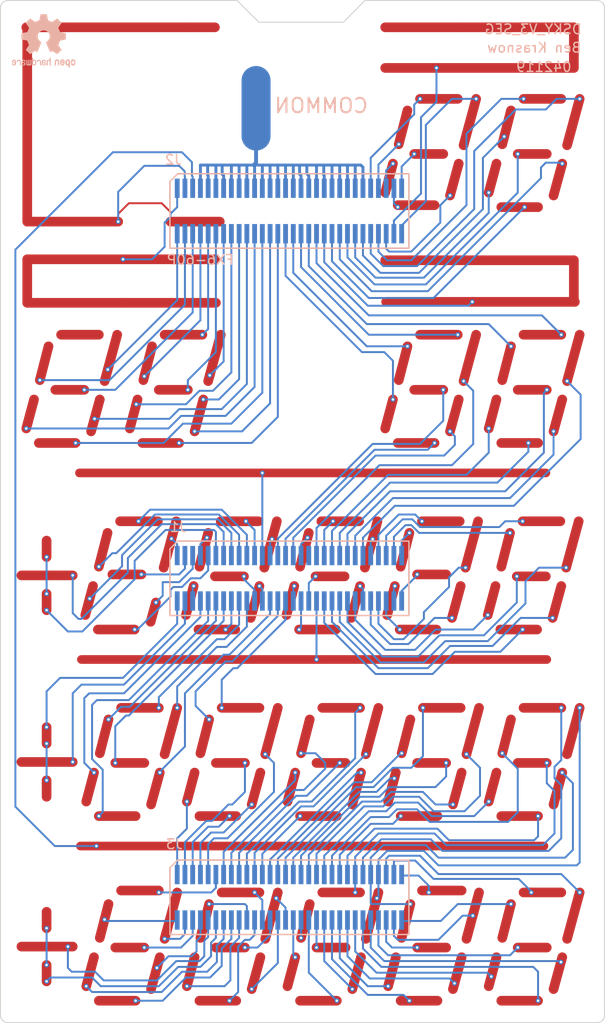
<source format=kicad_pcb>
(kicad_pcb (version 20171130) (host pcbnew "(5.1.0)-1")
  (layers (0 F.Cu signal) (31 B.Cu signal) (34 B.Paste user) (35 F.Paste user) (36 B.SilkS user) (37 F.SilkS user) (38 B.Mask user) (39 F.Mask user hide) (44 Edge.Cuts user))
  (net 0 "")
  (module Symbol:OSHW-Logo2_7.3x6mm_SilkScreen (layer B.Cu) (at 125.3 31.4 180)
    (fp_text reference LOGO1 hide)
    (fp_text value Logo_Open_Hardware_Large hide)
  )
  (module DSKY_segment:FX6-60P (layer B.Cu) (at 150.7 87)
    (fp_text reference J1 (at -11.5 -5.3) (layer B.SilkS) (effects (justify mirror)))
    (fp_text value Conn_15X4)
    (pad 60 smd rect (at -11.6 2.35) (size 0.5 2) (layers B.Cu B.Paste B.Mask))
    (pad 1 smd rect (at -11.6 -2.35) (size 0.5 2) (layers B.Cu B.Paste B.Mask))
    (pad 59 smd rect (at -10.8 2.35) (size 0.5 2) (layers B.Cu B.Paste B.Mask))
    (pad 2 smd rect (at -10.8 -2.35) (size 0.5 2) (layers B.Cu B.Paste B.Mask))
    (pad 58 smd rect (at -10 2.35) (size 0.5 2) (layers B.Cu B.Paste B.Mask))
    (pad 3 smd rect (at -10 -2.35) (size 0.5 2) (layers B.Cu B.Paste B.Mask))
    (pad 57 smd rect (at -9.2 2.35) (size 0.5 2) (layers B.Cu B.Paste B.Mask))
    (pad 4 smd rect (at -9.2 -2.35) (size 0.5 2) (layers B.Cu B.Paste B.Mask))
    (pad 56 smd rect (at -8.4 2.35) (size 0.5 2) (layers B.Cu B.Paste B.Mask))
    (pad 5 smd rect (at -8.4 -2.35) (size 0.5 2) (layers B.Cu B.Paste B.Mask))
    (pad 55 smd rect (at -7.6 2.35) (size 0.5 2) (layers B.Cu B.Paste B.Mask))
    (pad 6 smd rect (at -7.6 -2.35) (size 0.5 2) (layers B.Cu B.Paste B.Mask))
    (pad 54 smd rect (at -6.8 2.35) (size 0.5 2) (layers B.Cu B.Paste B.Mask))
    (pad 7 smd rect (at -6.8 -2.35) (size 0.5 2) (layers B.Cu B.Paste B.Mask))
    (pad 53 smd rect (at -6 2.35) (size 0.5 2) (layers B.Cu B.Paste B.Mask))
    (pad 8 smd rect (at -6 -2.35) (size 0.5 2) (layers B.Cu B.Paste B.Mask))
    (pad 52 smd rect (at -5.2 2.35) (size 0.5 2) (layers B.Cu B.Paste B.Mask))
    (pad 9 smd rect (at -5.2 -2.35) (size 0.5 2) (layers B.Cu B.Paste B.Mask))
    (pad 51 smd rect (at -4.4 2.35) (size 0.5 2) (layers B.Cu B.Paste B.Mask))
    (pad 10 smd rect (at -4.4 -2.35) (size 0.5 2) (layers B.Cu B.Paste B.Mask))
    (pad 50 smd rect (at -3.6 2.35) (size 0.5 2) (layers B.Cu B.Paste B.Mask))
    (pad 11 smd rect (at -3.6 -2.35) (size 0.5 2) (layers B.Cu B.Paste B.Mask))
    (pad 49 smd rect (at -2.8 2.35) (size 0.5 2) (layers B.Cu B.Paste B.Mask))
    (pad 12 smd rect (at -2.8 -2.35) (size 0.5 2) (layers B.Cu B.Paste B.Mask))
    (pad 48 smd rect (at -2 2.35) (size 0.5 2) (layers B.Cu B.Paste B.Mask))
    (pad 13 smd rect (at -2 -2.35) (size 0.5 2) (layers B.Cu B.Paste B.Mask))
    (pad 47 smd rect (at -1.2 2.35) (size 0.5 2) (layers B.Cu B.Paste B.Mask))
    (pad 14 smd rect (at -1.2 -2.35) (size 0.5 2) (layers B.Cu B.Paste B.Mask))
    (pad 46 smd rect (at -0.4 2.35) (size 0.5 2) (layers B.Cu B.Paste B.Mask))
    (pad 15 smd rect (at -0.4 -2.35) (size 0.5 2) (layers B.Cu B.Paste B.Mask))
    (pad 45 smd rect (at 0.4 2.35) (size 0.5 2) (layers B.Cu B.Paste B.Mask))
    (pad 16 smd rect (at 0.4 -2.35) (size 0.5 2) (layers B.Cu B.Paste B.Mask))
    (pad 44 smd rect (at 1.2 2.35) (size 0.5 2) (layers B.Cu B.Paste B.Mask))
    (pad 17 smd rect (at 1.2 -2.35) (size 0.5 2) (layers B.Cu B.Paste B.Mask))
    (pad 43 smd rect (at 2 2.35) (size 0.5 2) (layers B.Cu B.Paste B.Mask))
    (pad 18 smd rect (at 2 -2.35) (size 0.5 2) (layers B.Cu B.Paste B.Mask))
    (pad 42 smd rect (at 2.8 2.35) (size 0.5 2) (layers B.Cu B.Paste B.Mask))
    (pad 19 smd rect (at 2.8 -2.35) (size 0.5 2) (layers B.Cu B.Paste B.Mask))
    (pad 41 smd rect (at 3.6 2.35) (size 0.5 2) (layers B.Cu B.Paste B.Mask))
    (pad 20 smd rect (at 3.6 -2.35) (size 0.5 2) (layers B.Cu B.Paste B.Mask))
    (pad 40 smd rect (at 4.4 2.35) (size 0.5 2) (layers B.Cu B.Paste B.Mask))
    (pad 21 smd rect (at 4.4 -2.35) (size 0.5 2) (layers B.Cu B.Paste B.Mask))
    (pad 39 smd rect (at 5.2 2.35) (size 0.5 2) (layers B.Cu B.Paste B.Mask))
    (pad 22 smd rect (at 5.2 -2.35) (size 0.5 2) (layers B.Cu B.Paste B.Mask))
    (pad 38 smd rect (at 6 2.35) (size 0.5 2) (layers B.Cu B.Paste B.Mask))
    (pad 23 smd rect (at 6 -2.35) (size 0.5 2) (layers B.Cu B.Paste B.Mask))
    (pad 37 smd rect (at 6.8 2.35) (size 0.5 2) (layers B.Cu B.Paste B.Mask))
    (pad 24 smd rect (at 6.8 -2.35) (size 0.5 2) (layers B.Cu B.Paste B.Mask))
    (pad 36 smd rect (at 7.6 2.35) (size 0.5 2) (layers B.Cu B.Paste B.Mask))
    (pad 25 smd rect (at 7.6 -2.35) (size 0.5 2) (layers B.Cu B.Paste B.Mask))
    (pad 35 smd rect (at 8.4 2.35) (size 0.5 2) (layers B.Cu B.Paste B.Mask))
    (pad 26 smd rect (at 8.4 -2.35) (size 0.5 2) (layers B.Cu B.Paste B.Mask))
    (pad 34 smd rect (at 9.2 2.35) (size 0.5 2) (layers B.Cu B.Paste B.Mask))
    (pad 27 smd rect (at 9.2 -2.35) (size 0.5 2) (layers B.Cu B.Paste B.Mask))
    (pad 33 smd rect (at 10 2.35) (size 0.5 2) (layers B.Cu B.Paste B.Mask))
    (pad 28 smd rect (at 10 -2.35) (size 0.5 2) (layers B.Cu B.Paste B.Mask))
    (pad 32 smd rect (at 10.8 2.35) (size 0.5 2) (layers B.Cu B.Paste B.Mask))
    (pad 29 smd rect (at 10.8 -2.35) (size 0.5 2) (layers B.Cu B.Paste B.Mask))
    (pad 31 smd rect (at 11.6 2.35) (size 0.5 2) (layers B.Cu B.Paste B.Mask))
    (pad 30 smd rect (at 11.6 -2.35) (size 0.5 2) (layers B.Cu B.Paste B.Mask))
    (pad "" np_thru_hole circle (at 14.4 0.95) (size 1 1) (drill 1) (layers *.Cu *.Mask))
    (pad "" np_thru_hole circle (at -14.4 0.95) (size 1.3 1.3) (drill 1.3) (layers *.Cu *.Mask))
  )
  (module DSKY_segment:FX6-60P (layer B.Cu) (at 150.7 49)
    (fp_text reference J2 (at -12 -5.3) (layer B.SilkS) (effects (justify mirror)))
    (fp_text value Conn_15X4)
    (pad "" np_thru_hole circle (at -14.4 0.95) (size 1.3 1.3) (drill 1.3) (layers *.Cu *.Mask))
    (pad "" np_thru_hole circle (at 14.4 0.95) (size 1 1) (drill 1) (layers *.Cu *.Mask))
    (pad 30 smd rect (at 11.6 -2.35) (size 0.5 2) (layers B.Cu B.Paste B.Mask))
    (pad 31 smd rect (at 11.6 2.35) (size 0.5 2) (layers B.Cu B.Paste B.Mask))
    (pad 29 smd rect (at 10.8 -2.35) (size 0.5 2) (layers B.Cu B.Paste B.Mask))
    (pad 32 smd rect (at 10.8 2.35) (size 0.5 2) (layers B.Cu B.Paste B.Mask))
    (pad 28 smd rect (at 10 -2.35) (size 0.5 2) (layers B.Cu B.Paste B.Mask))
    (pad 33 smd rect (at 10 2.35) (size 0.5 2) (layers B.Cu B.Paste B.Mask))
    (pad 27 smd rect (at 9.2 -2.35) (size 0.5 2) (layers B.Cu B.Paste B.Mask))
    (pad 34 smd rect (at 9.2 2.35) (size 0.5 2) (layers B.Cu B.Paste B.Mask))
    (pad 26 smd rect (at 8.4 -2.35) (size 0.5 2) (layers B.Cu B.Paste B.Mask))
    (pad 35 smd rect (at 8.4 2.35) (size 0.5 2) (layers B.Cu B.Paste B.Mask))
    (pad 25 smd rect (at 7.6 -2.35) (size 0.5 2) (layers B.Cu B.Paste B.Mask))
    (pad 36 smd rect (at 7.6 2.35) (size 0.5 2) (layers B.Cu B.Paste B.Mask))
    (pad 24 smd rect (at 6.8 -2.35) (size 0.5 2) (layers B.Cu B.Paste B.Mask))
    (pad 37 smd rect (at 6.8 2.35) (size 0.5 2) (layers B.Cu B.Paste B.Mask))
    (pad 23 smd rect (at 6 -2.35) (size 0.5 2) (layers B.Cu B.Paste B.Mask))
    (pad 38 smd rect (at 6 2.35) (size 0.5 2) (layers B.Cu B.Paste B.Mask))
    (pad 22 smd rect (at 5.2 -2.35) (size 0.5 2) (layers B.Cu B.Paste B.Mask))
    (pad 39 smd rect (at 5.2 2.35) (size 0.5 2) (layers B.Cu B.Paste B.Mask))
    (pad 21 smd rect (at 4.4 -2.35) (size 0.5 2) (layers B.Cu B.Paste B.Mask))
    (pad 40 smd rect (at 4.4 2.35) (size 0.5 2) (layers B.Cu B.Paste B.Mask))
    (pad 20 smd rect (at 3.6 -2.35) (size 0.5 2) (layers B.Cu B.Paste B.Mask))
    (pad 41 smd rect (at 3.6 2.35) (size 0.5 2) (layers B.Cu B.Paste B.Mask))
    (pad 19 smd rect (at 2.8 -2.35) (size 0.5 2) (layers B.Cu B.Paste B.Mask))
    (pad 42 smd rect (at 2.8 2.35) (size 0.5 2) (layers B.Cu B.Paste B.Mask))
    (pad 18 smd rect (at 2 -2.35) (size 0.5 2) (layers B.Cu B.Paste B.Mask))
    (pad 43 smd rect (at 2 2.35) (size 0.5 2) (layers B.Cu B.Paste B.Mask))
    (pad 17 smd rect (at 1.2 -2.35) (size 0.5 2) (layers B.Cu B.Paste B.Mask))
    (pad 44 smd rect (at 1.2 2.35) (size 0.5 2) (layers B.Cu B.Paste B.Mask))
    (pad 16 smd rect (at 0.4 -2.35) (size 0.5 2) (layers B.Cu B.Paste B.Mask))
    (pad 45 smd rect (at 0.4 2.35) (size 0.5 2) (layers B.Cu B.Paste B.Mask))
    (pad 15 smd rect (at -0.4 -2.35) (size 0.5 2) (layers B.Cu B.Paste B.Mask))
    (pad 46 smd rect (at -0.4 2.35) (size 0.5 2) (layers B.Cu B.Paste B.Mask))
    (pad 14 smd rect (at -1.2 -2.35) (size 0.5 2) (layers B.Cu B.Paste B.Mask))
    (pad 47 smd rect (at -1.2 2.35) (size 0.5 2) (layers B.Cu B.Paste B.Mask))
    (pad 13 smd rect (at -2 -2.35) (size 0.5 2) (layers B.Cu B.Paste B.Mask))
    (pad 48 smd rect (at -2 2.35) (size 0.5 2) (layers B.Cu B.Paste B.Mask))
    (pad 12 smd rect (at -2.8 -2.35) (size 0.5 2) (layers B.Cu B.Paste B.Mask))
    (pad 49 smd rect (at -2.8 2.35) (size 0.5 2) (layers B.Cu B.Paste B.Mask))
    (pad 11 smd rect (at -3.6 -2.35) (size 0.5 2) (layers B.Cu B.Paste B.Mask))
    (pad 50 smd rect (at -3.6 2.35) (size 0.5 2) (layers B.Cu B.Paste B.Mask))
    (pad 10 smd rect (at -4.4 -2.35) (size 0.5 2) (layers B.Cu B.Paste B.Mask))
    (pad 51 smd rect (at -4.4 2.35) (size 0.5 2) (layers B.Cu B.Paste B.Mask))
    (pad 9 smd rect (at -5.2 -2.35) (size 0.5 2) (layers B.Cu B.Paste B.Mask))
    (pad 52 smd rect (at -5.2 2.35) (size 0.5 2) (layers B.Cu B.Paste B.Mask))
    (pad 8 smd rect (at -6 -2.35) (size 0.5 2) (layers B.Cu B.Paste B.Mask))
    (pad 53 smd rect (at -6 2.35) (size 0.5 2) (layers B.Cu B.Paste B.Mask))
    (pad 7 smd rect (at -6.8 -2.35) (size 0.5 2) (layers B.Cu B.Paste B.Mask))
    (pad 54 smd rect (at -6.8 2.35) (size 0.5 2) (layers B.Cu B.Paste B.Mask))
    (pad 6 smd rect (at -7.6 -2.35) (size 0.5 2) (layers B.Cu B.Paste B.Mask))
    (pad 55 smd rect (at -7.6 2.35) (size 0.5 2) (layers B.Cu B.Paste B.Mask))
    (pad 5 smd rect (at -8.4 -2.35) (size 0.5 2) (layers B.Cu B.Paste B.Mask))
    (pad 56 smd rect (at -8.4 2.35) (size 0.5 2) (layers B.Cu B.Paste B.Mask))
    (pad 4 smd rect (at -9.2 -2.35) (size 0.5 2) (layers B.Cu B.Paste B.Mask))
    (pad 57 smd rect (at -9.2 2.35) (size 0.5 2) (layers B.Cu B.Paste B.Mask))
    (pad 3 smd rect (at -10 -2.35) (size 0.5 2) (layers B.Cu B.Paste B.Mask))
    (pad 58 smd rect (at -10 2.35) (size 0.5 2) (layers B.Cu B.Paste B.Mask))
    (pad 2 smd rect (at -10.8 -2.35) (size 0.5 2) (layers B.Cu B.Paste B.Mask))
    (pad 59 smd rect (at -10.8 2.35) (size 0.5 2) (layers B.Cu B.Paste B.Mask))
    (pad 1 smd rect (at -11.6 -2.35) (size 0.5 2) (layers B.Cu B.Paste B.Mask))
    (pad 60 smd rect (at -11.6 2.35) (size 0.5 2) (layers B.Cu B.Paste B.Mask))
  )
  (module DSKY_segment:FX6-60P (layer B.Cu) (at 150.7 120)
    (fp_text reference J3 (at -11.9 -5.5) (layer B.SilkS) (effects (justify mirror)))
    (fp_text value Conn_15X4)
    (pad 60 smd rect (at -11.6 2.35) (size 0.5 2) (layers B.Cu B.Paste B.Mask))
    (pad 1 smd rect (at -11.6 -2.35) (size 0.5 2) (layers B.Cu B.Paste B.Mask))
    (pad 59 smd rect (at -10.8 2.35) (size 0.5 2) (layers B.Cu B.Paste B.Mask))
    (pad 2 smd rect (at -10.8 -2.35) (size 0.5 2) (layers B.Cu B.Paste B.Mask))
    (pad 58 smd rect (at -10 2.35) (size 0.5 2) (layers B.Cu B.Paste B.Mask))
    (pad 3 smd rect (at -10 -2.35) (size 0.5 2) (layers B.Cu B.Paste B.Mask))
    (pad 57 smd rect (at -9.2 2.35) (size 0.5 2) (layers B.Cu B.Paste B.Mask))
    (pad 4 smd rect (at -9.2 -2.35) (size 0.5 2) (layers B.Cu B.Paste B.Mask))
    (pad 56 smd rect (at -8.4 2.35) (size 0.5 2) (layers B.Cu B.Paste B.Mask))
    (pad 5 smd rect (at -8.4 -2.35) (size 0.5 2) (layers B.Cu B.Paste B.Mask))
    (pad 55 smd rect (at -7.6 2.35) (size 0.5 2) (layers B.Cu B.Paste B.Mask))
    (pad 6 smd rect (at -7.6 -2.35) (size 0.5 2) (layers B.Cu B.Paste B.Mask))
    (pad 54 smd rect (at -6.8 2.35) (size 0.5 2) (layers B.Cu B.Paste B.Mask))
    (pad 7 smd rect (at -6.8 -2.35) (size 0.5 2) (layers B.Cu B.Paste B.Mask))
    (pad 53 smd rect (at -6 2.35) (size 0.5 2) (layers B.Cu B.Paste B.Mask))
    (pad 8 smd rect (at -6 -2.35) (size 0.5 2) (layers B.Cu B.Paste B.Mask))
    (pad 52 smd rect (at -5.2 2.35) (size 0.5 2) (layers B.Cu B.Paste B.Mask))
    (pad 9 smd rect (at -5.2 -2.35) (size 0.5 2) (layers B.Cu B.Paste B.Mask))
    (pad 51 smd rect (at -4.4 2.35) (size 0.5 2) (layers B.Cu B.Paste B.Mask))
    (pad 10 smd rect (at -4.4 -2.35) (size 0.5 2) (layers B.Cu B.Paste B.Mask))
    (pad 50 smd rect (at -3.6 2.35) (size 0.5 2) (layers B.Cu B.Paste B.Mask))
    (pad 11 smd rect (at -3.6 -2.35) (size 0.5 2) (layers B.Cu B.Paste B.Mask))
    (pad 49 smd rect (at -2.8 2.35) (size 0.5 2) (layers B.Cu B.Paste B.Mask))
    (pad 12 smd rect (at -2.8 -2.35) (size 0.5 2) (layers B.Cu B.Paste B.Mask))
    (pad 48 smd rect (at -2 2.35) (size 0.5 2) (layers B.Cu B.Paste B.Mask))
    (pad 13 smd rect (at -2 -2.35) (size 0.5 2) (layers B.Cu B.Paste B.Mask))
    (pad 47 smd rect (at -1.2 2.35) (size 0.5 2) (layers B.Cu B.Paste B.Mask))
    (pad 14 smd rect (at -1.2 -2.35) (size 0.5 2) (layers B.Cu B.Paste B.Mask))
    (pad 46 smd rect (at -0.4 2.35) (size 0.5 2) (layers B.Cu B.Paste B.Mask))
    (pad 15 smd rect (at -0.4 -2.35) (size 0.5 2) (layers B.Cu B.Paste B.Mask))
    (pad 45 smd rect (at 0.4 2.35) (size 0.5 2) (layers B.Cu B.Paste B.Mask))
    (pad 16 smd rect (at 0.4 -2.35) (size 0.5 2) (layers B.Cu B.Paste B.Mask))
    (pad 44 smd rect (at 1.2 2.35) (size 0.5 2) (layers B.Cu B.Paste B.Mask))
    (pad 17 smd rect (at 1.2 -2.35) (size 0.5 2) (layers B.Cu B.Paste B.Mask))
    (pad 43 smd rect (at 2 2.35) (size 0.5 2) (layers B.Cu B.Paste B.Mask))
    (pad 18 smd rect (at 2 -2.35) (size 0.5 2) (layers B.Cu B.Paste B.Mask))
    (pad 42 smd rect (at 2.8 2.35) (size 0.5 2) (layers B.Cu B.Paste B.Mask))
    (pad 19 smd rect (at 2.8 -2.35) (size 0.5 2) (layers B.Cu B.Paste B.Mask))
    (pad 41 smd rect (at 3.6 2.35) (size 0.5 2) (layers B.Cu B.Paste B.Mask))
    (pad 20 smd rect (at 3.6 -2.35) (size 0.5 2) (layers B.Cu B.Paste B.Mask))
    (pad 40 smd rect (at 4.4 2.35) (size 0.5 2) (layers B.Cu B.Paste B.Mask))
    (pad 21 smd rect (at 4.4 -2.35) (size 0.5 2) (layers B.Cu B.Paste B.Mask))
    (pad 39 smd rect (at 5.2 2.35) (size 0.5 2) (layers B.Cu B.Paste B.Mask))
    (pad 22 smd rect (at 5.2 -2.35) (size 0.5 2) (layers B.Cu B.Paste B.Mask))
    (pad 38 smd rect (at 6 2.35) (size 0.5 2) (layers B.Cu B.Paste B.Mask))
    (pad 23 smd rect (at 6 -2.35) (size 0.5 2) (layers B.Cu B.Paste B.Mask))
    (pad 37 smd rect (at 6.8 2.35) (size 0.5 2) (layers B.Cu B.Paste B.Mask))
    (pad 24 smd rect (at 6.8 -2.35) (size 0.5 2) (layers B.Cu B.Paste B.Mask))
    (pad 36 smd rect (at 7.6 2.35) (size 0.5 2) (layers B.Cu B.Paste B.Mask))
    (pad 25 smd rect (at 7.6 -2.35) (size 0.5 2) (layers B.Cu B.Paste B.Mask))
    (pad 35 smd rect (at 8.4 2.35) (size 0.5 2) (layers B.Cu B.Paste B.Mask))
    (pad 26 smd rect (at 8.4 -2.35) (size 0.5 2) (layers B.Cu B.Paste B.Mask))
    (pad 34 smd rect (at 9.2 2.35) (size 0.5 2) (layers B.Cu B.Paste B.Mask))
    (pad 27 smd rect (at 9.2 -2.35) (size 0.5 2) (layers B.Cu B.Paste B.Mask))
    (pad 33 smd rect (at 10 2.35) (size 0.5 2) (layers B.Cu B.Paste B.Mask))
    (pad 28 smd rect (at 10 -2.35) (size 0.5 2) (layers B.Cu B.Paste B.Mask))
    (pad 32 smd rect (at 10.8 2.35) (size 0.5 2) (layers B.Cu B.Paste B.Mask))
    (pad 29 smd rect (at 10.8 -2.35) (size 0.5 2) (layers B.Cu B.Paste B.Mask))
    (pad 31 smd rect (at 11.6 2.35) (size 0.5 2) (layers B.Cu B.Paste B.Mask))
    (pad 30 smd rect (at 11.6 -2.35) (size 0.5 2) (layers B.Cu B.Paste B.Mask))
    (pad "" np_thru_hole circle (at 14.4 0.95) (size 1 1) (drill 1) (layers *.Cu *.Mask))
    (pad "" np_thru_hole circle (at -14.4 0.95) (size 1.3 1.3) (drill 1.3) (layers *.Cu *.Mask))
  )
  (gr_text COMMON (at 154 38.1) (layer B.SilkS) (effects (font (size 1.5 1.5) (thickness 0.2)) (justify mirror)))
  (gr_line (start 156.275 29.475) (end 158.495958 27.223) (layer Edge.Cuts) (width 0.1))
  (gr_line (start 147.55 29.475) (end 156.275 29.475) (layer Edge.Cuts) (width 0.1))
  (gr_line (start 145.288921 27.223) (end 147.55 29.475) (layer Edge.Cuts) (width 0.1))
  (gr_line (start 158.495958 27.223) (end 182.508 27.223) (layer Edge.Cuts) (width 0.1))
  (gr_text FX6-60P (at 141.475 54.05) (layer B.SilkS) (effects (font (size 1 1)) (justify mirror)))
  (gr_text 042119 (at 177 34.1) (layer B.SilkS) (effects (font (size 1 1)) (justify mirror)))
  (gr_text "Ben Krasnow" (at 176 32.1) (layer B.SilkS) (effects (font (size 1 1)) (justify mirror)))
  (gr_text DSKY_V3_SEG (at 175.9 30.2) (layer B.SilkS) (effects (font (size 1 1)) (justify mirror)))
  (gr_line (start 120.834 132.204) (end 120.834 27.985) (layer Edge.Cuts) (width 0.1))
  (gr_line (start 183.27 27.985) (end 183.27 132.204) (layer Edge.Cuts) (width 0.1))
  (gr_line (start 121.596 27.223) (end 145.288921 27.223) (layer Edge.Cuts) (width 0.1))
  (gr_arc (start 182.508 27.985) (end 183.27 27.985) (angle -90) (layer Edge.Cuts) (width 0.1))
  (gr_arc (start 121.596 132.204) (end 120.834 132.204) (angle -90) (layer Edge.Cuts) (width 0.1))
  (gr_arc (start 121.596 27.985) (end 121.596 27.223) (angle -90) (layer Edge.Cuts) (width 0.1))
  (gr_line (start 182.508 132.966) (end 121.596 132.966) (layer Edge.Cuts) (width 0.1))
  (gr_arc (start 182.508 132.204) (end 182.508 132.966) (angle -90) (layer Edge.Cuts) (width 0.1))
  (segment (start 163.9 106.1) (end 166.9 106.1) (width 1) (layer F.Cu) (net 0))
  (segment (start 170.3 100.4) (end 169 105.2) (width 1) (layer F.Cu) (net 0))
  (segment (start 164.5 100.4) (end 168.4 100.4) (width 1) (layer F.Cu) (net 0))
  (segment (start 163.2 101.6) (end 162.3 105.1) (width 1) (layer F.Cu) (net 0))
  (segment (start 162.2 111.6) (end 166 111.6) (width 1) (layer F.Cu) (net 0))
  (segment (start 168.5 107.1) (end 167.6 110.4) (width 1) (layer F.Cu) (net 0))
  (segment (start 174.9 100.4) (end 178.8 100.4) (width 1) (layer F.Cu) (net 0))
  (segment (start 173.6 101.6) (end 172.7 105.1) (width 1) (layer F.Cu) (net 0))
  (segment (start 172.1 107.1) (end 171.3 110.1) (width 1) (layer F.Cu) (net 0))
  (segment (start 172.6 111.6) (end 176.4 111.6) (width 1) (layer F.Cu) (net 0))
  (segment (start 178.9 107.1) (end 178 110.4) (width 1) (layer F.Cu) (net 0))
  (segment (start 174.3 106.1) (end 177.3 106.1) (width 1) (layer F.Cu) (net 0))
  (segment (start 180.7 100.4) (end 179.4 105.2) (width 1) (layer F.Cu) (net 0))
  (segment (start 154.1 100.4) (end 158 100.4) (width 1) (layer F.Cu) (net 0))
  (segment (start 152.8 101.6) (end 151.9 105.1) (width 1) (layer F.Cu) (net 0))
  (segment (start 151.3 107.1) (end 150.5 110.1) (width 1) (layer F.Cu) (net 0))
  (segment (start 151.8 111.6) (end 155.6 111.6) (width 1) (layer F.Cu) (net 0))
  (segment (start 158.1 107.1) (end 157.2 110.4) (width 1) (layer F.Cu) (net 0))
  (segment (start 159.9 100.4) (end 158.6 105.2) (width 1) (layer F.Cu) (net 0))
  (segment (start 143.7 100.4) (end 147.6 100.4) (width 1) (layer F.Cu) (net 0))
  (segment (start 142.4 101.6) (end 141.5 105.1) (width 1) (layer F.Cu) (net 0))
  (segment (start 140.9 107.1) (end 140.1 110.1) (width 1) (layer F.Cu) (net 0))
  (segment (start 147.7 107.1) (end 146.8 110.4) (width 1) (layer F.Cu) (net 0))
  (segment (start 143.1 106.1) (end 146.1 106.1) (width 1) (layer F.Cu) (net 0))
  (segment (start 149.5 100.4) (end 148.2 105.2) (width 1) (layer F.Cu) (net 0))
  (segment (start 133.3 100.4) (end 137.2 100.4) (width 1) (layer F.Cu) (net 0))
  (segment (start 132 101.6) (end 131.1 105.1) (width 1) (layer F.Cu) (net 0))
  (segment (start 130.5 107.1) (end 129.7 110.1) (width 1) (layer F.Cu) (net 0))
  (segment (start 131 111.6) (end 134.8 111.6) (width 1) (layer F.Cu) (net 0))
  (segment (start 137.3 107.1) (end 136.4 110.4) (width 1) (layer F.Cu) (net 0))
  (segment (start 132.7 106.1) (end 135.7 106.1) (width 1) (layer F.Cu) (net 0))
  (segment (start 139.1 100.4) (end 137.8 105.2) (width 1) (layer F.Cu) (net 0))
  (segment (start 163.2 120.7) (end 162.3 124.2) (width 1) (layer F.Cu) (net 0))
  (segment (start 161.7 126.2) (end 160.9 129.2) (width 1) (layer F.Cu) (net 0))
  (segment (start 173.6 120.7) (end 172.7 124.2) (width 1) (layer F.Cu) (net 0))
  (segment (start 172.6 130.7) (end 176.4 130.7) (width 1) (layer F.Cu) (net 0))
  (segment (start 174.3 125.2) (end 177.3 125.2) (width 1) (layer F.Cu) (net 0))
  (segment (start 151.3 126.2) (end 150.5 129.2) (width 1) (layer F.Cu) (net 0))
  (segment (start 151.8 130.7) (end 155.6 130.7) (width 1) (layer F.Cu) (net 0))
  (segment (start 158.1 126.2) (end 157.2 129.5) (width 1) (layer F.Cu) (net 0))
  (segment (start 153.5 125.2) (end 156.5 125.2) (width 1) (layer F.Cu) (net 0))
  (segment (start 142.4 120.7) (end 141.5 124.2) (width 1) (layer F.Cu) (net 0))
  (segment (start 140.9 126.2) (end 140.1 129.2) (width 1) (layer F.Cu) (net 0))
  (segment (start 152.8 120.7) (end 151.9 124.2) (width 1) (layer F.Cu) (net 0))
  (segment (start 180.7 119.5) (end 179.4 124.3) (width 1) (layer F.Cu) (net 0))
  (segment (start 163.9 125.2) (end 166.9 125.2) (width 1) (layer F.Cu) (net 0))
  (segment (start 143.1 125.2) (end 146.1 125.2) (width 1) (layer F.Cu) (net 0))
  (segment (start 130.5 126.2) (end 129.7 129.2) (width 1) (layer F.Cu) (net 0))
  (segment (start 132.7 125.2) (end 135.7 125.2) (width 1) (layer F.Cu) (net 0))
  (segment (start 139.1 119.5) (end 137.8 124.3) (width 1) (layer F.Cu) (net 0))
  (segment (start 133.3 119.3) (end 137.2 119.3) (width 1) (layer F.Cu) (net 0))
  (segment (start 131 130.7) (end 134.8 130.7) (width 1) (layer F.Cu) (net 0))
  (segment (start 164.4 81.1) (end 168.3 81.1) (width 1) (layer F.Cu) (net 0))
  (segment (start 163.1 82.3) (end 162.2 85.8) (width 1) (layer F.Cu) (net 0))
  (segment (start 161.6 87.8) (end 160.8 90.8) (width 1) (layer F.Cu) (net 0))
  (segment (start 162.1 92.3) (end 165.9 92.3) (width 1) (layer F.Cu) (net 0))
  (segment (start 174.8 81.1) (end 178.7 81.1) (width 1) (layer F.Cu) (net 0))
  (segment (start 173.5 82.3) (end 172.6 85.8) (width 1) (layer F.Cu) (net 0))
  (segment (start 172 87.8) (end 171.2 90.8) (width 1) (layer F.Cu) (net 0))
  (segment (start 178.8 87.8) (end 177.9 91.1) (width 1) (layer F.Cu) (net 0))
  (segment (start 174.2 86.8) (end 177.2 86.8) (width 1) (layer F.Cu) (net 0))
  (segment (start 151.2 87.8) (end 150.4 90.8) (width 1) (layer F.Cu) (net 0))
  (segment (start 151.7 92.3) (end 155.5 92.3) (width 1) (layer F.Cu) (net 0))
  (segment (start 158 87.8) (end 157.1 91.1) (width 1) (layer F.Cu) (net 0))
  (segment (start 153.4 86.8) (end 156.4 86.8) (width 1) (layer F.Cu) (net 0))
  (segment (start 140.8 87.8) (end 140 90.8) (width 1) (layer F.Cu) (net 0))
  (segment (start 180.6 81.1) (end 179.3 85.9) (width 1) (layer F.Cu) (net 0))
  (segment (start 168.4 87.8) (end 167.5 91.1) (width 1) (layer F.Cu) (net 0))
  (segment (start 163.9 86.6) (end 166.9 86.6) (width 1) (layer F.Cu) (net 0))
  (segment (start 143 86.8) (end 146 86.8) (width 1) (layer F.Cu) (net 0))
  (segment (start 147.6 87.8) (end 146.7 91.1) (width 1) (layer F.Cu) (net 0))
  (segment (start 131.9 82.3) (end 131 85.8) (width 1) (layer F.Cu) (net 0))
  (segment (start 132.4 86.6) (end 135.4 86.6) (width 1) (layer F.Cu) (net 0))
  (segment (start 130.9 92.3) (end 134.7 92.3) (width 1) (layer F.Cu) (net 0))
  (segment (start 170.2 81.1) (end 168.9 85.9) (width 1) (layer F.Cu) (net 0))
  (segment (start 137.8 61.8) (end 141.7 61.8) (width 1) (layer F.Cu) (net 0))
  (segment (start 135.5 73) (end 139.3 73) (width 1) (layer F.Cu) (net 0))
  (segment (start 137.2 67.5) (end 140.2 67.5) (width 1) (layer F.Cu) (net 0))
  (segment (start 141.8 68.5) (end 140.9 71.8) (width 1) (layer F.Cu) (net 0))
  (segment (start 125.8 63) (end 124.9 66.5) (width 1) (layer F.Cu) (net 0))
  (segment (start 124.3 68.5) (end 123.5 71.5) (width 1) (layer F.Cu) (net 0))
  (segment (start 126.5 67.5) (end 129.5 67.5) (width 1) (layer F.Cu) (net 0))
  (segment (start 127.1 61.8) (end 131 61.8) (width 1) (layer F.Cu) (net 0))
  (segment (start 124.8 73) (end 128.6 73) (width 1) (layer F.Cu) (net 0))
  (segment (start 173.6 63) (end 172.7 66.5) (width 1) (layer F.Cu) (net 0))
  (segment (start 172.1 68.5) (end 171.3 71.5) (width 1) (layer F.Cu) (net 0))
  (segment (start 174.9 61.8) (end 178.8 61.8) (width 1) (layer F.Cu) (net 0))
  (segment (start 174.3 67.5) (end 177.3 67.5) (width 1) (layer F.Cu) (net 0))
  (segment (start 178.9 68.5) (end 178 71.8) (width 1) (layer F.Cu) (net 0))
  (segment (start 162.9 63) (end 162 66.5) (width 1) (layer F.Cu) (net 0))
  (segment (start 180.7 61.8) (end 179.4 66.6) (width 1) (layer F.Cu) (net 0))
  (segment (start 161.4 68.5) (end 160.6 71.5) (width 1) (layer F.Cu) (net 0))
  (segment (start 163.6 67.5) (end 166.6 67.5) (width 1) (layer F.Cu) (net 0))
  (segment (start 168.2 68.5) (end 167.3 71.8) (width 1) (layer F.Cu) (net 0))
  (segment (start 170 61.8) (end 168.7 66.6) (width 1) (layer F.Cu) (net 0))
  (segment (start 164.2 61.8) (end 168.1 61.8) (width 1) (layer F.Cu) (net 0))
  (segment (start 161.9 73) (end 165.7 73) (width 1) (layer F.Cu) (net 0))
  (segment (start 172.1 44.1) (end 171.3 47.1) (width 1) (layer F.Cu) (net 0))
  (segment (start 174.9 37.4) (end 178.8 37.4) (width 1) (layer F.Cu) (net 0))
  (segment (start 174.3 43.1) (end 177.3 43.1) (width 1) (layer F.Cu) (net 0))
  (segment (start 178.9 44.1) (end 178 47.4) (width 1) (layer F.Cu) (net 0))
  (segment (start 162.9 38.6) (end 162 42.1) (width 1) (layer F.Cu) (net 0))
  (segment (start 180.7 37.4) (end 179.4 42.2) (width 1) (layer F.Cu) (net 0))
  (segment (start 161.4 44.1) (end 160.6 47.1) (width 1) (layer F.Cu) (net 0))
  (segment (start 163.6 43.1) (end 166.6 43.1) (width 1) (layer F.Cu) (net 0))
  (segment (start 168.2 44.1) (end 167.3 47.4) (width 1) (layer F.Cu) (net 0))
  (segment (start 170 37.4) (end 168.7 42.2) (width 1) (layer F.Cu) (net 0))
  (segment (start 164.2 37.4) (end 168.1 37.4) (width 1) (layer F.Cu) (net 0))
  (segment (start 161.9 48.4) (end 165.7 48.4) (width 1) (layer F.Cu) (net 0))
  (segment (start 125.6 121.5) (end 125.6 123.2) (width 1) (layer F.Cu) (net 0))
  (segment (start 125.6 107.9) (end 125.6 109.6) (width 1) (layer F.Cu) (net 0))
  (segment (start 123 106) (end 128.3 106) (width 1) (layer F.Cu) (net 0))
  (segment (start 125.6 102.4) (end 125.6 104.1) (width 1) (layer F.Cu) (net 0))
  (segment (start 125.6 88.6) (end 125.6 90.3) (width 1) (layer F.Cu) (net 0))
  (segment (start 123 86.7) (end 128.3 86.7) (width 1) (layer F.Cu) (net 0))
  (segment (start 125.6 83.1) (end 125.6 84.8) (width 1) (layer F.Cu) (net 0))
  (segment (start 162.3 117.75) (end 164.05 117.75) (width 0.2) (layer B.Cu) (net 0))
  (via (at 165.1 119.5) (size 0.508) (drill 0.254) (layers F.Cu B.Cu) (net 0))
  (segment (start 165.1 118.8) (end 165.1 119.5) (width 0.2) (layer B.Cu) (net 0))
  (segment (start 164.05 117.75) (end 165.1 118.8) (width 0.2) (layer B.Cu) (net 0))
  (segment (start 164.4 119.3) (end 165 119.3) (width 1) (layer F.Cu) (net 0))
  (segment (start 165.2 119.3) (end 168.5 119.3) (width 1) (layer F.Cu) (net 0))
  (segment (start 175.7 119.4) (end 175.7 119.5) (width 0.2) (layer B.Cu) (net 0))
  (segment (start 174.4 118.1) (end 175.7 119.4) (width 0.2) (layer B.Cu) (net 0))
  (segment (start 165.6 118.1) (end 174.4 118.1) (width 0.2) (layer B.Cu) (net 0))
  (segment (start 175.7 119.5) (end 178.8 119.5) (width 1) (layer F.Cu) (net 0))
  (segment (start 161.5 117.75) (end 161.5 116.2) (width 0.2) (layer B.Cu) (net 0))
  (segment (start 161.5 116.2) (end 163.7 116.2) (width 0.2) (layer B.Cu) (net 0))
  (segment (start 174.9 119.5) (end 175.7 119.5) (width 1) (layer F.Cu) (net 0))
  (segment (start 163.7 116.2) (end 165.6 118.1) (width 0.2) (layer B.Cu) (net 0))
  (via (at 175.7 119.5) (size 0.508) (drill 0.254) (layers F.Cu B.Cu) (net 0))
  (via (at 180.7 119.5) (size 0.508) (drill 0.254) (layers F.Cu B.Cu) (net 0))
  (via (at 159.7375 120.1) (size 0.508) (drill 0.254) (layers F.Cu B.Cu) (net 0))
  (segment (start 159.9 119.9375) (end 159.7375 120.1) (width 0.2) (layer B.Cu) (net 0))
  (segment (start 159.9 117.75) (end 159.9 119.9375) (width 0.2) (layer B.Cu) (net 0))
  (segment (start 159.9 119.5) (end 159.7375 120.1) (width 1) (layer F.Cu) (net 0))
  (segment (start 159.7375 120.1) (end 158.6 124.3) (width 1) (layer F.Cu) (net 0))
  (via (at 157.5 119.5) (size 0.508) (drill 0.254) (layers F.Cu B.Cu) (net 0))
  (segment (start 157.5 117.75) (end 157.5 119.5) (width 0.2) (layer B.Cu) (net 0))
  (segment (start 154.1 119.5) (end 157.5 119.5) (width 1) (layer F.Cu) (net 0))
  (segment (start 157.5 119.5) (end 158 119.5) (width 1) (layer F.Cu) (net 0))
  (segment (start 159.1 117.75) (end 159.1 120.6) (width 0.2) (layer B.Cu) (net 0))
  (via (at 163.2 120.7) (size 0.508) (drill 0.254) (layers F.Cu B.Cu) (net 0))
  (segment (start 159.1 120.6) (end 159.2 120.7) (width 0.2) (layer B.Cu) (net 0))
  (segment (start 159.2 120.7) (end 163.2 120.7) (width 0.2) (layer B.Cu) (net 0))
  (segment (start 162.3 122.45) (end 166.35 122.45) (width 0.2) (layer B.Cu) (net 0))
  (via (at 173.6 120.7) (size 0.508) (drill 0.254) (layers F.Cu B.Cu) (net 0))
  (segment (start 166.35 122.45) (end 168.1 120.7) (width 0.2) (layer B.Cu) (net 0))
  (segment (start 168.1 120.7) (end 173.6 120.7) (width 0.2) (layer B.Cu) (net 0))
  (segment (start 172.1 126.2) (end 171.886667 127) (width 1) (layer F.Cu) (net 0))
  (segment (start 161.5 122.45) (end 161.5 124) (width 0.2) (layer B.Cu) (net 0))
  (segment (start 161.5 124) (end 161.9 124.4) (width 0.2) (layer B.Cu) (net 0))
  (segment (start 161.9 124.4) (end 166.1 124.4) (width 0.2) (layer B.Cu) (net 0))
  (via (at 169.65 121.9) (size 0.508) (drill 0.254) (layers F.Cu B.Cu) (net 0))
  (segment (start 168.6 121.9) (end 169.65 121.9) (width 0.2) (layer B.Cu) (net 0))
  (segment (start 166.1 124.4) (end 168.6 121.9) (width 0.2) (layer B.Cu) (net 0))
  (segment (start 170.3 119.5) (end 169.65 121.9) (width 1) (layer F.Cu) (net 0))
  (segment (start 169.65 121.9) (end 169 124.3) (width 1) (layer F.Cu) (net 0))
  (segment (start 160.7 122.45) (end 160.7 124.6) (width 0.2) (layer B.Cu) (net 0))
  (via (at 163.9 125.2) (size 0.508) (drill 0.254) (layers F.Cu B.Cu) (net 0))
  (segment (start 160.7 124.6) (end 161.3 125.2) (width 0.2) (layer B.Cu) (net 0))
  (segment (start 161.3 125.2) (end 163.9 125.2) (width 0.2) (layer B.Cu) (net 0))
  (segment (start 159.9 122.45) (end 159.9 125) (width 0.2) (layer B.Cu) (net 0))
  (segment (start 159.9 125) (end 160.9 126) (width 0.2) (layer B.Cu) (net 0))
  (via (at 174.3 125.2) (size 0.508) (drill 0.254) (layers F.Cu B.Cu) (net 0))
  (segment (start 160.9 126) (end 173.5 126) (width 0.2) (layer B.Cu) (net 0))
  (segment (start 173.5 126) (end 174.3 125.2) (width 0.2) (layer B.Cu) (net 0))
  (via (at 178.763637 126.7) (size 0.508) (drill 0.254) (layers F.Cu B.Cu) (net 0))
  (segment (start 178.9 126.2) (end 178.763637 126.7) (width 1) (layer F.Cu) (net 0))
  (segment (start 178.763637 126.7) (end 178 129.5) (width 1) (layer F.Cu) (net 0))
  (via (at 176.4 130.7) (size 0.508) (drill 0.254) (layers F.Cu B.Cu) (net 0))
  (via (at 171.566666 128.2) (size 0.508) (drill 0.254) (layers F.Cu B.Cu) (net 0))
  (segment (start 171.886667 127) (end 171.566666 128.2) (width 1) (layer F.Cu) (net 0))
  (segment (start 171.566666 128.2) (end 171.3 129.2) (width 1) (layer F.Cu) (net 0))
  (via (at 167.763636 128.9) (size 0.508) (drill 0.254) (layers F.Cu B.Cu) (net 0))
  (segment (start 168.5 126.2) (end 167.763636 128.9) (width 1) (layer F.Cu) (net 0))
  (segment (start 167.763636 128.9) (end 167.6 129.5) (width 1) (layer F.Cu) (net 0))
  (segment (start 171.166666 127.8) (end 171.566666 128.2) (width 0.2) (layer B.Cu) (net 0))
  (segment (start 159.7 127.8) (end 171.166666 127.8) (width 0.2) (layer B.Cu) (net 0))
  (segment (start 157.5 122.45) (end 157.5 125.6) (width 0.2) (layer B.Cu) (net 0))
  (segment (start 157.5 125.6) (end 159.7 127.8) (width 0.2) (layer B.Cu) (net 0))
  (segment (start 178.663637 126.6) (end 178.763637 126.7) (width 0.2) (layer B.Cu) (net 0))
  (segment (start 160.5 126.6) (end 178.663637 126.6) (width 0.2) (layer B.Cu) (net 0))
  (segment (start 159.1 122.45) (end 159.1 125.2) (width 0.2) (layer B.Cu) (net 0))
  (segment (start 159.1 125.2) (end 160.5 126.6) (width 0.2) (layer B.Cu) (net 0))
  (segment (start 176.4 127.7) (end 176.4 130.7) (width 0.2) (layer B.Cu) (net 0))
  (segment (start 175.9 127.2) (end 176.4 127.7) (width 0.2) (layer B.Cu) (net 0))
  (segment (start 160.2 127.2) (end 175.9 127.2) (width 0.2) (layer B.Cu) (net 0))
  (segment (start 158.3 122.45) (end 158.3 125.3) (width 0.2) (layer B.Cu) (net 0))
  (segment (start 158.3 125.3) (end 160.2 127.2) (width 0.2) (layer B.Cu) (net 0))
  (segment (start 155.9 122.45) (end 155.9 126.3) (width 0.2) (layer B.Cu) (net 0))
  (via (at 160.9 129.2) (size 0.508) (drill 0.254) (layers F.Cu B.Cu) (net 0))
  (segment (start 155.9 126.3) (end 158.8 129.2) (width 0.2) (layer B.Cu) (net 0))
  (segment (start 158.8 129.2) (end 160.9 129.2) (width 0.2) (layer B.Cu) (net 0))
  (segment (start 155.1 122.45) (end 155.1 126.4) (width 0.2) (layer B.Cu) (net 0))
  (segment (start 155.1 126.4) (end 158.8 130.1) (width 0.2) (layer B.Cu) (net 0))
  (via (at 163.1 130.7) (size 0.508) (drill 0.254) (layers F.Cu B.Cu) (net 0))
  (segment (start 162.5 130.1) (end 163.1 130.7) (width 0.2) (layer B.Cu) (net 0))
  (segment (start 158.8 130.1) (end 162.5 130.1) (width 0.2) (layer B.Cu) (net 0))
  (segment (start 162.2 130.7) (end 163.1 130.7) (width 1) (layer F.Cu) (net 0))
  (segment (start 163.1 130.7) (end 166 130.7) (width 1) (layer F.Cu) (net 0))
  (via (at 157.2 129.5) (size 0.508) (drill 0.254) (layers F.Cu B.Cu) (net 0))
  (segment (start 154.3 122.45) (end 154.3 126.6) (width 0.2) (layer B.Cu) (net 0))
  (segment (start 154.3 126.6) (end 157.2 129.5) (width 0.2) (layer B.Cu) (net 0))
  (via (at 153.5 125.2) (size 0.508) (drill 0.254) (layers F.Cu B.Cu) (net 0))
  (segment (start 153.5 122.45) (end 153.5 125.2) (width 0.2) (layer B.Cu) (net 0))
  (via (at 155.6 130.7) (size 0.508) (drill 0.254) (layers F.Cu B.Cu) (net 0))
  (segment (start 152.7 122.45) (end 152.7 127.8) (width 0.2) (layer B.Cu) (net 0))
  (segment (start 152.7 127.8) (end 155.6 130.7) (width 0.2) (layer B.Cu) (net 0))
  (via (at 151.9 124.2) (size 0.508) (drill 0.254) (layers F.Cu B.Cu) (net 0))
  (segment (start 151.9 122.45) (end 151.9 124.2) (width 0.2) (layer B.Cu) (net 0))
  (via (at 151.3 126.2) (size 0.508) (drill 0.254) (layers F.Cu B.Cu) (net 0))
  (segment (start 151.1 122.45) (end 151.1 126) (width 0.2) (layer B.Cu) (net 0))
  (segment (start 151.1 126) (end 151.3 126.2) (width 0.2) (layer B.Cu) (net 0))
  (via (at 149.3375 120.1) (size 0.508) (drill 0.254) (layers F.Cu B.Cu) (net 0))
  (segment (start 150.3 121.0625) (end 149.3375 120.1) (width 0.2) (layer B.Cu) (net 0))
  (segment (start 150.3 122.45) (end 150.3 121.0625) (width 0.2) (layer B.Cu) (net 0))
  (segment (start 149.5 119.5) (end 149.3375 120.1) (width 1) (layer F.Cu) (net 0))
  (segment (start 149.3375 120.1) (end 148.2 124.3) (width 1) (layer F.Cu) (net 0))
  (segment (start 147.7 126.2) (end 147.536364 126.8) (width 1) (layer F.Cu) (net 0))
  (segment (start 147.536364 126.8) (end 146.8 129.5) (width 1) (layer F.Cu) (net 0))
  (segment (start 148.7 122.45) (end 148.7 123.9) (width 0.2) (layer B.Cu) (net 0))
  (via (at 146.1 125.2) (size 0.508) (drill 0.254) (layers F.Cu B.Cu) (net 0))
  (segment (start 148.7 123.9) (end 147.4 125.2) (width 0.2) (layer B.Cu) (net 0))
  (segment (start 147.4 125.2) (end 146.1 125.2) (width 0.2) (layer B.Cu) (net 0))
  (via (at 147.1 119.5) (size 0.508) (drill 0.254) (layers F.Cu B.Cu) (net 0))
  (segment (start 147.9 120.3) (end 147.1 119.5) (width 0.2) (layer B.Cu) (net 0))
  (segment (start 147.9 122.45) (end 147.9 120.3) (width 0.2) (layer B.Cu) (net 0))
  (segment (start 143.7 119.5) (end 147.1 119.5) (width 1) (layer F.Cu) (net 0))
  (segment (start 147.1 119.5) (end 147.6 119.5) (width 1) (layer F.Cu) (net 0))
  (via (at 144.5 130.7) (size 0.508) (drill 0.254) (layers F.Cu B.Cu) (net 0))
  (segment (start 141.4 130.7) (end 144.5 130.7) (width 1) (layer F.Cu) (net 0))
  (segment (start 144.5 130.7) (end 145.2 130.7) (width 1) (layer F.Cu) (net 0))
  (segment (start 149.5 126.8) (end 146.8 129.5) (width 0.2) (layer B.Cu) (net 0))
  (segment (start 149.5 122.45) (end 149.5 126.8) (width 0.2) (layer B.Cu) (net 0))
  (via (at 146.8 129.5) (size 0.508) (drill 0.254) (layers F.Cu B.Cu) (net 0))
  (segment (start 146.3 122.45) (end 146.3 120.9) (width 0.2) (layer B.Cu) (net 0))
  (via (at 142.4 120.7) (size 0.508) (drill 0.254) (layers F.Cu B.Cu) (net 0))
  (segment (start 146.3 120.9) (end 146.1 120.7) (width 0.2) (layer B.Cu) (net 0))
  (segment (start 146.1 120.7) (end 142.4 120.7) (width 0.2) (layer B.Cu) (net 0))
  (via (at 140.1 129.2) (size 0.508) (drill 0.254) (layers F.Cu B.Cu) (net 0))
  (via (at 134.8 130.7) (size 0.508) (drill 0.254) (layers F.Cu B.Cu) (net 0))
  (via (at 129.7 129.2) (size 0.508) (drill 0.254) (layers F.Cu B.Cu) (net 0))
  (via (at 125.6 128.7) (size 0.508) (drill 0.254) (layers F.Cu B.Cu) (net 0))
  (via (at 125.6 127) (size 0.508) (drill 0.254) (layers F.Cu B.Cu) (net 0))
  (via (at 125.6 123.2) (size 0.508) (drill 0.254) (layers F.Cu B.Cu) (net 0))
  (segment (start 125.6 127) (end 125.6 123.2) (width 0.2) (layer B.Cu) (net 0))
  (segment (start 130.3 129.8) (end 129.7 129.2) (width 0.2) (layer B.Cu) (net 0))
  (segment (start 137.5 129.8) (end 130.3 129.8) (width 0.2) (layer B.Cu) (net 0))
  (segment (start 143.9 124.3) (end 143.2 125) (width 0.2) (layer B.Cu) (net 0))
  (segment (start 143.9 122.45) (end 143.9 124.3) (width 0.2) (layer B.Cu) (net 0))
  (segment (start 143.2 125) (end 143.2 126.7) (width 0.2) (layer B.Cu) (net 0))
  (segment (start 143.2 126.7) (end 142.2 127.7) (width 0.2) (layer B.Cu) (net 0))
  (segment (start 142.2 127.7) (end 139.6 127.7) (width 0.2) (layer B.Cu) (net 0))
  (segment (start 139.6 127.7) (end 137.5 129.8) (width 0.2) (layer B.Cu) (net 0))
  (segment (start 130.3 128.3) (end 126 128.3) (width 0.2) (layer B.Cu) (net 0))
  (segment (start 131.2 129.2) (end 130.3 128.3) (width 0.2) (layer B.Cu) (net 0))
  (segment (start 137.2 129.2) (end 131.2 129.2) (width 0.2) (layer B.Cu) (net 0))
  (segment (start 126 128.3) (end 125.6 128.7) (width 0.2) (layer B.Cu) (net 0))
  (segment (start 143.1 124.2) (end 142.6 124.7) (width 0.2) (layer B.Cu) (net 0))
  (segment (start 143.1 122.45) (end 143.1 124.2) (width 0.2) (layer B.Cu) (net 0))
  (segment (start 142.6 124.7) (end 142.6 126.1) (width 0.2) (layer B.Cu) (net 0))
  (segment (start 142.6 126.1) (end 141.5 127.2) (width 0.2) (layer B.Cu) (net 0))
  (segment (start 141.5 127.2) (end 139.2 127.2) (width 0.2) (layer B.Cu) (net 0))
  (segment (start 139.2 127.2) (end 137.2 129.2) (width 0.2) (layer B.Cu) (net 0))
  (segment (start 142.3 122.45) (end 142.3 124.1) (width 0.2) (layer B.Cu) (net 0))
  (segment (start 142.3 124.1) (end 141.9 124.5) (width 0.2) (layer B.Cu) (net 0))
  (segment (start 141.9 124.5) (end 141.9 126.1) (width 0.2) (layer B.Cu) (net 0))
  (segment (start 141.9 126.1) (end 141.4 126.6) (width 0.2) (layer B.Cu) (net 0))
  (segment (start 141.4 126.6) (end 139 126.6) (width 0.2) (layer B.Cu) (net 0))
  (segment (start 139 126.6) (end 137 128.6) (width 0.2) (layer B.Cu) (net 0))
  (segment (start 137 128.6) (end 131.5 128.6) (width 0.2) (layer B.Cu) (net 0))
  (segment (start 131.5 128.6) (end 130.6 127.7) (width 0.2) (layer B.Cu) (net 0))
  (segment (start 130.6 127.7) (end 128.2 127.7) (width 0.2) (layer B.Cu) (net 0))
  (via (at 127.8 125.1) (size 0.508) (drill 0.254) (layers F.Cu B.Cu) (net 0))
  (segment (start 127.8 127.3) (end 127.8 125.1) (width 0.2) (layer B.Cu) (net 0))
  (segment (start 128.2 127.7) (end 127.8 127.3) (width 0.2) (layer B.Cu) (net 0))
  (segment (start 123 125.1) (end 127.8 125.1) (width 1) (layer F.Cu) (net 0))
  (segment (start 127.8 125.1) (end 128.3 125.1) (width 1) (layer F.Cu) (net 0))
  (segment (start 136.863636 127.8) (end 136.4 129.5) (width 1) (layer F.Cu) (net 0))
  (segment (start 138.2 126.1) (end 137 127.3) (width 0.2) (layer B.Cu) (net 0))
  (segment (start 140.6 126.1) (end 138.2 126.1) (width 0.2) (layer B.Cu) (net 0))
  (segment (start 137 127.3) (end 136.863636 127.8) (width 1) (layer F.Cu) (net 0))
  (segment (start 137.3 126.2) (end 137 127.3) (width 1) (layer F.Cu) (net 0))
  (segment (start 141.1 125.6) (end 140.6 126.1) (width 0.2) (layer B.Cu) (net 0))
  (segment (start 141.5 122.45) (end 141.5 124.1) (width 0.2) (layer B.Cu) (net 0))
  (segment (start 141.5 124.1) (end 141.1 124.5) (width 0.2) (layer B.Cu) (net 0))
  (segment (start 141.1 124.5) (end 141.1 125.6) (width 0.2) (layer B.Cu) (net 0))
  (via (at 137 127.3) (size 0.508) (drill 0.254) (layers F.Cu B.Cu) (net 0))
  (segment (start 140.7 122.45) (end 140.7 124) (width 0.2) (layer B.Cu) (net 0))
  (segment (start 140.7 124) (end 139.5 125.2) (width 0.2) (layer B.Cu) (net 0))
  (via (at 135.7 125.2) (size 0.508) (drill 0.254) (layers F.Cu B.Cu) (net 0))
  (segment (start 139.5 125.2) (end 135.7 125.2) (width 0.2) (layer B.Cu) (net 0))
  (segment (start 139.9 122.45) (end 139.9 123.8) (width 0.2) (layer B.Cu) (net 0))
  (via (at 137.8 124.3) (size 0.508) (drill 0.254) (layers F.Cu B.Cu) (net 0))
  (segment (start 139.9 123.8) (end 139.4 124.3) (width 0.2) (layer B.Cu) (net 0))
  (segment (start 139.4 124.3) (end 137.8 124.3) (width 0.2) (layer B.Cu) (net 0))
  (via (at 131.588571 122.3) (size 0.508) (drill 0.254) (layers F.Cu B.Cu) (net 0))
  (segment (start 131.738571 122.45) (end 131.588571 122.3) (width 0.2) (layer B.Cu) (net 0))
  (segment (start 139.1 122.45) (end 131.738571 122.45) (width 0.2) (layer B.Cu) (net 0))
  (segment (start 132 120.7) (end 131.588571 122.3) (width 1) (layer F.Cu) (net 0))
  (segment (start 131.588571 122.3) (end 131.1 124.2) (width 1) (layer F.Cu) (net 0))
  (via (at 137.2 119.5) (size 0.508) (drill 0.254) (layers F.Cu B.Cu) (net 0))
  (segment (start 167.263636 128.4) (end 167.763636 128.9) (width 0.2) (layer B.Cu) (net 0))
  (segment (start 159 128.4) (end 167.263636 128.4) (width 0.2) (layer B.Cu) (net 0))
  (segment (start 156.7 122.45) (end 156.7 126.1) (width 0.2) (layer B.Cu) (net 0))
  (segment (start 156.7 126.1) (end 159 128.4) (width 0.2) (layer B.Cu) (net 0))
  (segment (start 178.8 117.6) (end 180.7 119.5) (width 0.2) (layer B.Cu) (net 0))
  (segment (start 166.1 117.6) (end 178.8 117.6) (width 0.2) (layer B.Cu) (net 0))
  (segment (start 164.2 115.7) (end 166.1 117.6) (width 0.2) (layer B.Cu) (net 0))
  (segment (start 161 115.7) (end 164.2 115.7) (width 0.2) (layer B.Cu) (net 0))
  (segment (start 160.7 117.75) (end 160.7 116) (width 0.2) (layer B.Cu) (net 0))
  (segment (start 160.7 116) (end 161 115.7) (width 0.2) (layer B.Cu) (net 0))
  (segment (start 144 129.2) (end 140.1 129.2) (width 0.2) (layer B.Cu) (net 0))
  (segment (start 144.6 128.6) (end 144 129.2) (width 0.2) (layer B.Cu) (net 0))
  (segment (start 144.6 125.1) (end 144.6 128.6) (width 0.2) (layer B.Cu) (net 0))
  (segment (start 145.5 122.45) (end 145.5 124.2) (width 0.2) (layer B.Cu) (net 0))
  (segment (start 145.5 124.2) (end 144.6 125.1) (width 0.2) (layer B.Cu) (net 0))
  (segment (start 137.6 130.7) (end 134.8 130.7) (width 0.2) (layer B.Cu) (net 0))
  (segment (start 144.7 124.3) (end 143.7 125.3) (width 0.2) (layer B.Cu) (net 0))
  (segment (start 144.7 122.45) (end 144.7 124.3) (width 0.2) (layer B.Cu) (net 0))
  (segment (start 143.7 125.3) (end 143.7 127.1) (width 0.2) (layer B.Cu) (net 0))
  (segment (start 143.7 127.1) (end 142.5 128.3) (width 0.2) (layer B.Cu) (net 0))
  (segment (start 142.5 128.3) (end 140 128.3) (width 0.2) (layer B.Cu) (net 0))
  (segment (start 140 128.3) (end 137.6 130.7) (width 0.2) (layer B.Cu) (net 0))
  (segment (start 159.9 117.75) (end 159.9 116.1) (width 0.2) (layer B.Cu) (net 0))
  (segment (start 159.9 116.1) (end 160.8 115.2) (width 0.2) (layer B.Cu) (net 0))
  (segment (start 160.8 115.2) (end 164.6 115.2) (width 0.2) (layer B.Cu) (net 0))
  (segment (start 164.6 115.2) (end 166.1 116.7) (width 0.2) (layer B.Cu) (net 0))
  (segment (start 166.1 116.7) (end 180.4 116.7) (width 0.2) (layer B.Cu) (net 0))
  (via (at 180.7 100.4) (size 0.508) (drill 0.254) (layers F.Cu B.Cu) (net 0))
  (segment (start 180.4 116.7) (end 180.7 116.4) (width 0.2) (layer B.Cu) (net 0))
  (segment (start 180.7 116.4) (end 180.7 100.4) (width 0.2) (layer B.Cu) (net 0))
  (segment (start 159.1 117.75) (end 159.1 115.9) (width 0.2) (layer B.Cu) (net 0))
  (segment (start 159.1 115.9) (end 160.4 114.6) (width 0.2) (layer B.Cu) (net 0))
  (segment (start 160.4 114.6) (end 164.8 114.6) (width 0.2) (layer B.Cu) (net 0))
  (segment (start 164.8 114.6) (end 166.1 115.9) (width 0.2) (layer B.Cu) (net 0))
  (segment (start 166.1 115.9) (end 179.2 115.9) (width 0.2) (layer B.Cu) (net 0))
  (segment (start 179.2 115.9) (end 180 115.1) (width 0.2) (layer B.Cu) (net 0))
  (via (at 178.9 107.1) (size 0.508) (drill 0.254) (layers F.Cu B.Cu) (net 0))
  (segment (start 180 115.1) (end 180 108.2) (width 0.2) (layer B.Cu) (net 0))
  (segment (start 180 108.2) (end 178.9 107.1) (width 0.2) (layer B.Cu) (net 0))
  (segment (start 158.3 117.75) (end 158.3 115.9) (width 0.2) (layer B.Cu) (net 0))
  (segment (start 158.3 115.9) (end 160.2 114) (width 0.2) (layer B.Cu) (net 0))
  (segment (start 160.2 114) (end 165.3 114) (width 0.2) (layer B.Cu) (net 0))
  (segment (start 165.3 114) (end 166.5 115.2) (width 0.2) (layer B.Cu) (net 0))
  (segment (start 166.5 115.2) (end 177.5 115.2) (width 0.2) (layer B.Cu) (net 0))
  (segment (start 177.5 115.2) (end 178.8 113.9) (width 0.2) (layer B.Cu) (net 0))
  (segment (start 178.8 113.9) (end 178.8 108.4) (width 0.2) (layer B.Cu) (net 0))
  (segment (start 178.8 108.4) (end 178.1 107.7) (width 0.2) (layer B.Cu) (net 0))
  (segment (start 178.1 107.7) (end 178.1 106.5) (width 0.2) (layer B.Cu) (net 0))
  (via (at 178.8 100.4) (size 0.508) (drill 0.254) (layers F.Cu B.Cu) (net 0))
  (segment (start 178.1 106.5) (end 178.8 105.8) (width 0.2) (layer B.Cu) (net 0))
  (segment (start 178.8 105.8) (end 178.8 100.4) (width 0.2) (layer B.Cu) (net 0))
  (segment (start 157.5 117.75) (end 157.5 115.8) (width 0.2) (layer B.Cu) (net 0))
  (segment (start 157.5 115.8) (end 159.9 113.4) (width 0.2) (layer B.Cu) (net 0))
  (segment (start 159.9 113.4) (end 165.7 113.4) (width 0.2) (layer B.Cu) (net 0))
  (segment (start 165.7 113.4) (end 166.9 114.6) (width 0.2) (layer B.Cu) (net 0))
  (segment (start 166.9 114.6) (end 176.9 114.6) (width 0.2) (layer B.Cu) (net 0))
  (segment (start 176.9 114.6) (end 178.1 113.4) (width 0.2) (layer B.Cu) (net 0))
  (segment (start 178.1 113.4) (end 178.1 109) (width 0.2) (layer B.Cu) (net 0))
  (via (at 177.3 106.1) (size 0.508) (drill 0.254) (layers F.Cu B.Cu) (net 0))
  (segment (start 178.1 109) (end 177.3 108.2) (width 0.2) (layer B.Cu) (net 0))
  (segment (start 177.3 108.2) (end 177.3 106.1) (width 0.2) (layer B.Cu) (net 0))
  (segment (start 156.7 117.75) (end 156.7 115.7) (width 0.2) (layer B.Cu) (net 0))
  (segment (start 156.7 115.7) (end 159.5 112.9) (width 0.2) (layer B.Cu) (net 0))
  (segment (start 159.5 112.9) (end 166 112.9) (width 0.2) (layer B.Cu) (net 0))
  (segment (start 166 112.9) (end 167.2 114.1) (width 0.2) (layer B.Cu) (net 0))
  (segment (start 167.2 114.1) (end 176 114.1) (width 0.2) (layer B.Cu) (net 0))
  (via (at 176.4 111.6) (size 0.508) (drill 0.254) (layers F.Cu B.Cu) (net 0))
  (segment (start 176 114.1) (end 176.4 113.7) (width 0.2) (layer B.Cu) (net 0))
  (segment (start 176.4 113.7) (end 176.4 111.6) (width 0.2) (layer B.Cu) (net 0))
  (segment (start 155.9 117.75) (end 155.9 115.6) (width 0.2) (layer B.Cu) (net 0))
  (segment (start 155.9 115.6) (end 159.1 112.4) (width 0.2) (layer B.Cu) (net 0))
  (via (at 162.2 111.6) (size 0.508) (drill 0.254) (layers F.Cu B.Cu) (net 0))
  (segment (start 159.1 112.4) (end 161.4 112.4) (width 0.2) (layer B.Cu) (net 0))
  (segment (start 161.4 112.4) (end 162.2 111.6) (width 0.2) (layer B.Cu) (net 0))
  (segment (start 155.1 117.75) (end 155.1 115.7) (width 0.2) (layer B.Cu) (net 0))
  (segment (start 155.1 115.7) (end 159.1 111.7) (width 0.2) (layer B.Cu) (net 0))
  (segment (start 159.1 111.7) (end 161 111.7) (width 0.2) (layer B.Cu) (net 0))
  (segment (start 161 111.7) (end 161.8 110.9) (width 0.2) (layer B.Cu) (net 0))
  (segment (start 161.8 110.9) (end 163.9 110.9) (width 0.2) (layer B.Cu) (net 0))
  (segment (start 163.9 110.9) (end 165.2 112.2) (width 0.2) (layer B.Cu) (net 0))
  (segment (start 165.2 112.2) (end 173.3 112.2) (width 0.2) (layer B.Cu) (net 0))
  (segment (start 173.3 112.2) (end 174.3 111.2) (width 0.2) (layer B.Cu) (net 0))
  (via (at 172.7 105.1) (size 0.508) (drill 0.254) (layers F.Cu B.Cu) (net 0))
  (segment (start 174.3 111.2) (end 174.3 106.7) (width 0.2) (layer B.Cu) (net 0))
  (segment (start 174.3 106.7) (end 172.7 105.1) (width 0.2) (layer B.Cu) (net 0))
  (segment (start 154.3 117.75) (end 154.3 115.7) (width 0.2) (layer B.Cu) (net 0))
  (segment (start 154.3 115.7) (end 158.9 111.1) (width 0.2) (layer B.Cu) (net 0))
  (segment (start 158.9 111.1) (end 160.7 111.1) (width 0.2) (layer B.Cu) (net 0))
  (segment (start 160.7 111.1) (end 161.6 110.2) (width 0.2) (layer B.Cu) (net 0))
  (segment (start 161.6 110.2) (end 164 110.2) (width 0.2) (layer B.Cu) (net 0))
  (segment (start 164 110.2) (end 165.4 111.6) (width 0.2) (layer B.Cu) (net 0))
  (via (at 171.3 110.1) (size 0.508) (drill 0.254) (layers F.Cu B.Cu) (net 0))
  (segment (start 165.4 111.6) (end 169.8 111.6) (width 0.2) (layer B.Cu) (net 0))
  (segment (start 169.8 111.6) (end 171.3 110.1) (width 0.2) (layer B.Cu) (net 0))
  (segment (start 153.5 117.75) (end 153.5 115.5) (width 0.2) (layer B.Cu) (net 0))
  (segment (start 153.5 115.5) (end 158.4 110.6) (width 0.2) (layer B.Cu) (net 0))
  (segment (start 158.4 110.6) (end 160.4 110.6) (width 0.2) (layer B.Cu) (net 0))
  (segment (start 160.4 110.6) (end 161.4 109.6) (width 0.2) (layer B.Cu) (net 0))
  (segment (start 161.4 109.6) (end 164.1 109.6) (width 0.2) (layer B.Cu) (net 0))
  (segment (start 164.1 109.6) (end 165.6 111.1) (width 0.2) (layer B.Cu) (net 0))
  (segment (start 165.6 111.1) (end 168.8 111.1) (width 0.2) (layer B.Cu) (net 0))
  (segment (start 168.8 111.1) (end 170.4 109.5) (width 0.2) (layer B.Cu) (net 0))
  (via (at 169 105.2) (size 0.508) (drill 0.254) (layers F.Cu B.Cu) (net 0))
  (segment (start 170.4 109.5) (end 170.4 106.6) (width 0.2) (layer B.Cu) (net 0))
  (segment (start 170.4 106.6) (end 169 105.2) (width 0.2) (layer B.Cu) (net 0))
  (segment (start 152.7 117.75) (end 152.7 115.6) (width 0.2) (layer B.Cu) (net 0))
  (segment (start 152.7 115.6) (end 158.2 110.1) (width 0.2) (layer B.Cu) (net 0))
  (segment (start 158.2 110.1) (end 160.2 110.1) (width 0.2) (layer B.Cu) (net 0))
  (segment (start 160.2 110.1) (end 161.2 109.1) (width 0.2) (layer B.Cu) (net 0))
  (segment (start 161.2 109.1) (end 164.5 109.1) (width 0.2) (layer B.Cu) (net 0))
  (via (at 167.6 110.4) (size 0.508) (drill 0.254) (layers F.Cu B.Cu) (net 0))
  (segment (start 164.5 109.1) (end 165.8 110.4) (width 0.2) (layer B.Cu) (net 0))
  (segment (start 165.8 110.4) (end 167.6 110.4) (width 0.2) (layer B.Cu) (net 0))
  (segment (start 151.9 117.75) (end 151.9 115.7) (width 0.2) (layer B.Cu) (net 0))
  (segment (start 151.9 115.7) (end 158 109.6) (width 0.2) (layer B.Cu) (net 0))
  (segment (start 158 109.6) (end 160 109.6) (width 0.2) (layer B.Cu) (net 0))
  (segment (start 160 109.6) (end 161 108.6) (width 0.2) (layer B.Cu) (net 0))
  (segment (start 161 108.6) (end 165.8 108.6) (width 0.2) (layer B.Cu) (net 0))
  (via (at 166.9 106.1) (size 0.508) (drill 0.254) (layers F.Cu B.Cu) (net 0))
  (segment (start 165.8 108.6) (end 166.9 107.5) (width 0.2) (layer B.Cu) (net 0))
  (segment (start 166.9 107.5) (end 166.9 106.1) (width 0.2) (layer B.Cu) (net 0))
  (segment (start 151.1 117.75) (end 151.1 115.9) (width 0.2) (layer B.Cu) (net 0))
  (segment (start 151.1 115.9) (end 157.9 109.1) (width 0.2) (layer B.Cu) (net 0))
  (segment (start 157.9 109.1) (end 159.7 109.1) (width 0.2) (layer B.Cu) (net 0))
  (via (at 161.54 107.7) (size 0.508) (drill 0.254) (layers F.Cu B.Cu) (net 0))
  (segment (start 161.1 107.7) (end 161.54 107.7) (width 0.2) (layer B.Cu) (net 0))
  (segment (start 159.7 109.1) (end 161.1 107.7) (width 0.2) (layer B.Cu) (net 0))
  (segment (start 161.7 107.1) (end 161.54 107.7) (width 1) (layer F.Cu) (net 0))
  (segment (start 161.54 107.7) (end 160.9 110.1) (width 1) (layer F.Cu) (net 0))
  (segment (start 150.3 117.75) (end 150.3 115.9) (width 0.2) (layer B.Cu) (net 0))
  (segment (start 150.3 115.9) (end 157.6 108.6) (width 0.2) (layer B.Cu) (net 0))
  (segment (start 157.6 108.6) (end 159.4 108.6) (width 0.2) (layer B.Cu) (net 0))
  (segment (start 159.4 108.6) (end 161.4 106.6) (width 0.2) (layer B.Cu) (net 0))
  (segment (start 161.4 106.6) (end 163.3 106.6) (width 0.2) (layer B.Cu) (net 0))
  (via (at 164.5 100.4) (size 0.508) (drill 0.254) (layers F.Cu B.Cu) (net 0))
  (segment (start 163.3 106.6) (end 164.5 105.4) (width 0.2) (layer B.Cu) (net 0))
  (segment (start 164.5 105.4) (end 164.5 100.4) (width 0.2) (layer B.Cu) (net 0))
  (segment (start 149.5 117.75) (end 149.5 116) (width 0.2) (layer B.Cu) (net 0))
  (segment (start 149.5 116) (end 157.4 108.1) (width 0.2) (layer B.Cu) (net 0))
  (segment (start 157.4 108.1) (end 159.2 108.1) (width 0.2) (layer B.Cu) (net 0))
  (via (at 162.3 105.1) (size 0.508) (drill 0.254) (layers F.Cu B.Cu) (net 0))
  (segment (start 159.2 108.1) (end 162.2 105.1) (width 0.2) (layer B.Cu) (net 0))
  (segment (start 162.2 105.1) (end 162.3 105.1) (width 0.2) (layer B.Cu) (net 0))
  (segment (start 148.7 117.75) (end 148.7 116.1) (width 0.2) (layer B.Cu) (net 0))
  (via (at 158.1 107.1) (size 0.508) (drill 0.254) (layers F.Cu B.Cu) (net 0))
  (segment (start 148.7 116.1) (end 157.7 107.1) (width 0.2) (layer B.Cu) (net 0))
  (segment (start 157.7 107.1) (end 158.1 107.1) (width 0.2) (layer B.Cu) (net 0))
  (via (at 151.8 111.6) (size 0.508) (drill 0.254) (layers F.Cu B.Cu) (net 0))
  (segment (start 147.9 117.75) (end 147.9 115.5) (width 0.2) (layer B.Cu) (net 0))
  (segment (start 147.9 115.5) (end 151.8 111.6) (width 0.2) (layer B.Cu) (net 0))
  (segment (start 147.1 117.75) (end 147.1 115.4) (width 0.2) (layer B.Cu) (net 0))
  (segment (start 147.1 115.4) (end 151.9 110.6) (width 0.2) (layer B.Cu) (net 0))
  (via (at 158.6 105.2) (size 0.508) (drill 0.254) (layers F.Cu B.Cu) (net 0))
  (segment (start 151.9 110.6) (end 153.2 110.6) (width 0.2) (layer B.Cu) (net 0))
  (segment (start 153.2 110.6) (end 158.6 105.2) (width 0.2) (layer B.Cu) (net 0))
  (segment (start 146.3 117.75) (end 146.3 115.5) (width 0.2) (layer B.Cu) (net 0))
  (segment (start 146.3 115.5) (end 151.7 110.1) (width 0.2) (layer B.Cu) (net 0))
  (segment (start 151.7 110.1) (end 153 110.1) (width 0.2) (layer B.Cu) (net 0))
  (segment (start 153 110.1) (end 157.5 105.6) (width 0.2) (layer B.Cu) (net 0))
  (via (at 158 100.4) (size 0.508) (drill 0.254) (layers F.Cu B.Cu) (net 0))
  (segment (start 157.5 105.6) (end 157.5 100.9) (width 0.2) (layer B.Cu) (net 0))
  (segment (start 157.5 100.9) (end 158 100.4) (width 0.2) (layer B.Cu) (net 0))
  (segment (start 145.5 117.75) (end 145.5 115.4) (width 0.2) (layer B.Cu) (net 0))
  (segment (start 145.5 115.4) (end 151.4 109.5) (width 0.2) (layer B.Cu) (net 0))
  (via (at 155.9 106.1) (size 0.508) (drill 0.254) (layers F.Cu B.Cu) (net 0))
  (segment (start 152.5 109.5) (end 155.9 106.1) (width 0.2) (layer B.Cu) (net 0))
  (segment (start 151.4 109.5) (end 152.5 109.5) (width 0.2) (layer B.Cu) (net 0))
  (segment (start 153.5 106.1) (end 155.9 106.1) (width 1) (layer F.Cu) (net 0))
  (segment (start 155.9 106.1) (end 156.5 106.1) (width 1) (layer F.Cu) (net 0))
  (segment (start 144.7 117.75) (end 144.7 115.4) (width 0.2) (layer B.Cu) (net 0))
  (segment (start 144.7 115.4) (end 151.2 108.9) (width 0.2) (layer B.Cu) (net 0))
  (segment (start 151.2 108.9) (end 152.2 108.9) (width 0.2) (layer B.Cu) (net 0))
  (segment (start 152.2 108.9) (end 154.4 106.7) (width 0.2) (layer B.Cu) (net 0))
  (segment (start 154.4 106.7) (end 154.4 106.1) (width 0.2) (layer B.Cu) (net 0))
  (via (at 151.9 105.1) (size 0.508) (drill 0.254) (layers F.Cu B.Cu) (net 0))
  (segment (start 154.4 106.1) (end 153.4 105.1) (width 0.2) (layer B.Cu) (net 0))
  (segment (start 153.4 105.1) (end 151.9 105.1) (width 0.2) (layer B.Cu) (net 0))
  (segment (start 143.9 117.75) (end 143.9 115.3) (width 0.2) (layer B.Cu) (net 0))
  (via (at 151.3 107.1) (size 0.508) (drill 0.254) (layers F.Cu B.Cu) (net 0))
  (segment (start 143.9 115.3) (end 151.3 107.9) (width 0.2) (layer B.Cu) (net 0))
  (segment (start 151.3 107.9) (end 151.3 107.1) (width 0.2) (layer B.Cu) (net 0))
  (segment (start 143.1 114.7) (end 177 114.7) (width 0.9) (layer F.Cu) (net 0))
  (segment (start 142.3 117.75) (end 142.3 114.5) (width 0.2) (layer B.Cu) (net 0))
  (segment (start 142.3 114.5) (end 142.9 113.9) (width 0.2) (layer B.Cu) (net 0))
  (segment (start 142.9 113.9) (end 144.3 113.9) (width 0.2) (layer B.Cu) (net 0))
  (segment (start 144.3 113.9) (end 149.1 109.1) (width 0.2) (layer B.Cu) (net 0))
  (via (at 148.2 105.2) (size 0.508) (drill 0.254) (layers F.Cu B.Cu) (net 0))
  (segment (start 149.1 109.1) (end 149.1 106.1) (width 0.2) (layer B.Cu) (net 0))
  (segment (start 149.1 106.1) (end 148.2 105.2) (width 0.2) (layer B.Cu) (net 0))
  (segment (start 141.5 117.75) (end 141.5 114.4) (width 0.2) (layer B.Cu) (net 0))
  (segment (start 141.5 114.4) (end 142.6 113.3) (width 0.2) (layer B.Cu) (net 0))
  (via (at 146.8 110.4) (size 0.508) (drill 0.254) (layers F.Cu B.Cu) (net 0))
  (segment (start 142.6 113.3) (end 143.9 113.3) (width 0.2) (layer B.Cu) (net 0))
  (segment (start 143.9 113.3) (end 146.8 110.4) (width 0.2) (layer B.Cu) (net 0))
  (segment (start 140.7 117.75) (end 140.7 114.3) (width 0.2) (layer B.Cu) (net 0))
  (segment (start 140.7 114.3) (end 142.3 112.7) (width 0.2) (layer B.Cu) (net 0))
  (via (at 144.5 111.6) (size 0.508) (drill 0.254) (layers F.Cu B.Cu) (net 0))
  (segment (start 143.4 112.7) (end 144.5 111.6) (width 0.2) (layer B.Cu) (net 0))
  (segment (start 142.3 112.7) (end 143.4 112.7) (width 0.2) (layer B.Cu) (net 0))
  (segment (start 141.4 111.6) (end 144.5 111.6) (width 1) (layer F.Cu) (net 0))
  (segment (start 144.5 111.6) (end 145.2 111.6) (width 1) (layer F.Cu) (net 0))
  (segment (start 139.9 117.75) (end 139.9 114.3) (width 0.2) (layer B.Cu) (net 0))
  (segment (start 139.9 114.3) (end 142.1 112.1) (width 0.2) (layer B.Cu) (net 0))
  (segment (start 142.1 112.1) (end 142.7 112.1) (width 0.2) (layer B.Cu) (net 0))
  (segment (start 142.7 112.1) (end 144.4 110.4) (width 0.2) (layer B.Cu) (net 0))
  (segment (start 144.4 110.4) (end 144.8 110.4) (width 0.2) (layer B.Cu) (net 0))
  (via (at 146.1 106.1) (size 0.508) (drill 0.254) (layers F.Cu B.Cu) (net 0))
  (segment (start 144.8 110.4) (end 146.1 109.1) (width 0.2) (layer B.Cu) (net 0))
  (segment (start 146.1 109.1) (end 146.1 106.1) (width 0.2) (layer B.Cu) (net 0))
  (segment (start 139.1 117.75) (end 139.1 113.9) (width 0.2) (layer B.Cu) (net 0))
  (via (at 140.1 110.1) (size 0.508) (drill 0.254) (layers F.Cu B.Cu) (net 0))
  (segment (start 139.1 113.9) (end 140.1 112.9) (width 0.2) (layer B.Cu) (net 0))
  (segment (start 140.1 112.9) (end 140.1 110.1) (width 0.2) (layer B.Cu) (net 0))
  (via (at 140.8 87.8) (size 0.508) (drill 0.254) (layers F.Cu B.Cu) (net 0))
  (segment (start 140.7 89.55) (end 140.7 87.9) (width 0.2) (layer B.Cu) (net 0))
  (segment (start 140.7 87.9) (end 140.8 87.8) (width 0.2) (layer B.Cu) (net 0))
  (via (at 147.6 87.8) (size 0.508) (drill 0.254) (layers F.Cu B.Cu) (net 0))
  (segment (start 147.9 89.55) (end 147.9 88.1) (width 0.2) (layer B.Cu) (net 0))
  (segment (start 147.9 88.1) (end 147.6 87.8) (width 0.2) (layer B.Cu) (net 0))
  (via (at 151.2 87.8) (size 0.508) (drill 0.254) (layers F.Cu B.Cu) (net 0))
  (segment (start 151.1 89.55) (end 151.1 87.9) (width 0.2) (layer B.Cu) (net 0))
  (segment (start 151.1 87.9) (end 151.2 87.8) (width 0.2) (layer B.Cu) (net 0))
  (via (at 158 87.8) (size 0.508) (drill 0.254) (layers F.Cu B.Cu) (net 0))
  (segment (start 158.3 89.55) (end 158.3 88.1) (width 0.2) (layer B.Cu) (net 0))
  (segment (start 158.3 88.1) (end 158 87.8) (width 0.2) (layer B.Cu) (net 0))
  (via (at 161.6 87.8) (size 0.508) (drill 0.254) (layers F.Cu B.Cu) (net 0))
  (segment (start 161.5 89.55) (end 161.5 87.9) (width 0.2) (layer B.Cu) (net 0))
  (segment (start 161.5 87.9) (end 161.6 87.8) (width 0.2) (layer B.Cu) (net 0))
  (segment (start 139.1 89.55) (end 139.1 91.7) (width 0.2) (layer B.Cu) (net 0))
  (segment (start 139.1 91.7) (end 133.5 97.3) (width 0.2) (layer B.Cu) (net 0))
  (segment (start 133.5 97.3) (end 127 97.3) (width 0.2) (layer B.Cu) (net 0))
  (via (at 125.6 102.4) (size 0.508) (drill 0.254) (layers F.Cu B.Cu) (net 0))
  (segment (start 127 97.3) (end 125.6 98.7) (width 0.2) (layer B.Cu) (net 0))
  (segment (start 125.6 98.7) (end 125.6 102.4) (width 0.2) (layer B.Cu) (net 0))
  (via (at 125.6 104.1) (size 0.508) (drill 0.254) (layers F.Cu B.Cu) (net 0))
  (via (at 125.6 107.9) (size 0.508) (drill 0.254) (layers F.Cu B.Cu) (net 0))
  (segment (start 125.6 104.1) (end 125.6 107.9) (width 0.2) (layer B.Cu) (net 0))
  (via (at 128.3 106) (size 0.508) (drill 0.254) (layers F.Cu B.Cu) (net 0))
  (segment (start 128.3 98.9) (end 128.3 106) (width 0.2) (layer B.Cu) (net 0))
  (segment (start 129.2 98) (end 128.3 98.9) (width 0.2) (layer B.Cu) (net 0))
  (segment (start 133.6 98) (end 129.2 98) (width 0.2) (layer B.Cu) (net 0))
  (segment (start 139.9 89.55) (end 139.9 91.7) (width 0.2) (layer B.Cu) (net 0))
  (segment (start 139.9 91.7) (end 133.6 98) (width 0.2) (layer B.Cu) (net 0))
  (segment (start 141.5 89.55) (end 141.5 91) (width 0.2) (layer B.Cu) (net 0))
  (segment (start 141.5 91) (end 133.6 98.9) (width 0.2) (layer B.Cu) (net 0))
  (segment (start 133.6 98.9) (end 130 98.9) (width 0.2) (layer B.Cu) (net 0))
  (segment (start 130 98.9) (end 129.5 99.4) (width 0.2) (layer B.Cu) (net 0))
  (via (at 130.5 107.1) (size 0.508) (drill 0.254) (layers F.Cu B.Cu) (net 0))
  (segment (start 129.5 99.4) (end 129.5 106.1) (width 0.2) (layer B.Cu) (net 0))
  (segment (start 129.5 106.1) (end 130.5 107.1) (width 0.2) (layer B.Cu) (net 0))
  (segment (start 142.3 89.55) (end 142.3 91.4) (width 0.2) (layer B.Cu) (net 0))
  (segment (start 142.3 91.4) (end 134.1 99.6) (width 0.2) (layer B.Cu) (net 0))
  (segment (start 134.1 99.6) (end 130.8 99.6) (width 0.2) (layer B.Cu) (net 0))
  (segment (start 130.8 99.6) (end 130.3 100.1) (width 0.2) (layer B.Cu) (net 0))
  (segment (start 130.3 100.1) (end 130.3 105.7) (width 0.2) (layer B.Cu) (net 0))
  (segment (start 130.3 105.7) (end 131.4 106.8) (width 0.2) (layer B.Cu) (net 0))
  (via (at 131 111.6) (size 0.508) (drill 0.254) (layers F.Cu B.Cu) (net 0))
  (segment (start 131.4 106.8) (end 131.4 111.2) (width 0.2) (layer B.Cu) (net 0))
  (segment (start 131.4 111.2) (end 131 111.6) (width 0.2) (layer B.Cu) (net 0))
  (segment (start 143.1 89.55) (end 143.1 91.4) (width 0.2) (layer B.Cu) (net 0))
  (segment (start 143.1 91.4) (end 134.2 100.3) (width 0.2) (layer B.Cu) (net 0))
  (via (at 132 101.6) (size 0.508) (drill 0.254) (layers F.Cu B.Cu) (net 0))
  (segment (start 134.2 100.3) (end 133.3 100.3) (width 0.2) (layer B.Cu) (net 0))
  (segment (start 133.3 100.3) (end 132 101.6) (width 0.2) (layer B.Cu) (net 0))
  (segment (start 143.9 89.55) (end 143.9 91.4) (width 0.2) (layer B.Cu) (net 0))
  (segment (start 143.9 91.4) (end 134.1 101.2) (width 0.2) (layer B.Cu) (net 0))
  (segment (start 134.1 101.2) (end 133.8 101.2) (width 0.2) (layer B.Cu) (net 0))
  (via (at 132.7 106.1) (size 0.508) (drill 0.254) (layers F.Cu B.Cu) (net 0))
  (segment (start 133.8 101.2) (end 132.7 102.3) (width 0.2) (layer B.Cu) (net 0))
  (segment (start 132.7 102.3) (end 132.7 106.1) (width 0.2) (layer B.Cu) (net 0))
  (via (at 144.1 92.3) (size 0.508) (drill 0.254) (layers F.Cu B.Cu) (net 0))
  (segment (start 144.7 91.7) (end 144.1 92.3) (width 0.2) (layer B.Cu) (net 0))
  (segment (start 144.7 89.55) (end 144.7 91.7) (width 0.2) (layer B.Cu) (net 0))
  (segment (start 141.3 92.3) (end 144.1 92.3) (width 1) (layer F.Cu) (net 0))
  (segment (start 144.1 92.3) (end 145.1 92.3) (width 1) (layer F.Cu) (net 0))
  (segment (start 145.5 89.55) (end 145.5 91.8) (width 0.2) (layer B.Cu) (net 0))
  (segment (start 145.5 91.8) (end 144 93.3) (width 0.2) (layer B.Cu) (net 0))
  (segment (start 144 93.3) (end 143.2 93.3) (width 0.2) (layer B.Cu) (net 0))
  (via (at 137.2 100.4) (size 0.508) (drill 0.254) (layers F.Cu B.Cu) (net 0))
  (segment (start 143.2 93.3) (end 137.2 99.3) (width 0.2) (layer B.Cu) (net 0))
  (segment (start 137.2 99.3) (end 137.2 100.4) (width 0.2) (layer B.Cu) (net 0))
  (segment (start 146.3 89.55) (end 146.3 92) (width 0.2) (layer B.Cu) (net 0))
  (segment (start 146.3 92) (end 144.2 94.1) (width 0.2) (layer B.Cu) (net 0))
  (segment (start 144.2 94.1) (end 143.2 94.1) (width 0.2) (layer B.Cu) (net 0))
  (via (at 139.1 100.4) (size 0.508) (drill 0.254) (layers F.Cu B.Cu) (net 0))
  (segment (start 143.2 94.1) (end 139.1 98.2) (width 0.2) (layer B.Cu) (net 0))
  (segment (start 139.1 98.2) (end 139.1 100.4) (width 0.2) (layer B.Cu) (net 0))
  (via (at 146 86.8) (size 0.508) (drill 0.254) (layers F.Cu B.Cu) (net 0))
  (segment (start 148.7 89.55) (end 148.7 90.7) (width 0.2) (layer B.Cu) (net 0))
  (segment (start 148.7 90.7) (end 144.5 94.9) (width 0.2) (layer B.Cu) (net 0))
  (segment (start 144.5 94.9) (end 143.9 94.9) (width 0.2) (layer B.Cu) (net 0))
  (segment (start 143.9 94.9) (end 139.9 98.9) (width 0.2) (layer B.Cu) (net 0))
  (segment (start 139.9 98.9) (end 139.9 104.4) (width 0.2) (layer B.Cu) (net 0))
  (via (at 137.3 107.1) (size 0.508) (drill 0.254) (layers F.Cu B.Cu) (net 0))
  (segment (start 139.9 104.4) (end 137.3 107) (width 0.2) (layer B.Cu) (net 0))
  (segment (start 137.3 107) (end 137.3 107.1) (width 0.2) (layer B.Cu) (net 0))
  (via (at 142.4 101.6) (size 0.508) (drill 0.254) (layers F.Cu B.Cu) (net 0))
  (segment (start 141 100.2) (end 142.4 101.6) (width 0.2) (layer B.Cu) (net 0))
  (segment (start 141 98.7) (end 141 100.2) (width 0.2) (layer B.Cu) (net 0))
  (segment (start 144.1 95.6) (end 141 98.7) (width 0.2) (layer B.Cu) (net 0))
  (segment (start 144.8 95.6) (end 144.1 95.6) (width 0.2) (layer B.Cu) (net 0))
  (segment (start 149.5 89.55) (end 149.5 90.9) (width 0.2) (layer B.Cu) (net 0))
  (segment (start 149.5 90.9) (end 144.8 95.6) (width 0.2) (layer B.Cu) (net 0))
  (segment (start 150.3 89.55) (end 150.3 91.3) (width 0.2) (layer B.Cu) (net 0))
  (segment (start 150.3 91.3) (end 145.3 96.3) (width 0.2) (layer B.Cu) (net 0))
  (segment (start 145.3 96.3) (end 144.9 96.3) (width 0.2) (layer B.Cu) (net 0))
  (via (at 143.7 100.4) (size 0.508) (drill 0.254) (layers F.Cu B.Cu) (net 0))
  (segment (start 144.9 96.3) (end 143.7 97.5) (width 0.2) (layer B.Cu) (net 0))
  (segment (start 143.7 97.5) (end 143.7 100.4) (width 0.2) (layer B.Cu) (net 0))
  (via (at 151.7 92.3) (size 0.508) (drill 0.254) (layers F.Cu B.Cu) (net 0))
  (segment (start 151.9 89.55) (end 151.9 92.1) (width 0.2) (layer B.Cu) (net 0))
  (segment (start 151.9 92.1) (end 151.7 92.3) (width 0.2) (layer B.Cu) (net 0))
  (via (at 153.4 86.8) (size 0.508) (drill 0.254) (layers F.Cu B.Cu) (net 0))
  (segment (start 152.7 89.55) (end 152.7 87.5) (width 0.2) (layer B.Cu) (net 0))
  (segment (start 152.7 87.5) (end 153.4 86.8) (width 0.2) (layer B.Cu) (net 0))
  (via (at 153.5 95.4) (size 0.508) (drill 0.254) (layers F.Cu B.Cu) (net 0))
  (segment (start 153.5 89.55) (end 153.5 95.4) (width 0.2) (layer B.Cu) (net 0))
  (segment (start 129.2 95.4) (end 153.5 95.4) (width 0.9) (layer F.Cu) (net 0))
  (segment (start 153.5 95.4) (end 177.3 95.4) (width 0.9) (layer F.Cu) (net 0))
  (segment (start 162.3 89.55) (end 162.3 88.3) (width 0.2) (layer B.Cu) (net 0))
  (segment (start 162.3 88.3) (end 163.8 86.8) (width 0.2) (layer B.Cu) (net 0))
  (via (at 162.1 92.3) (size 0.508) (drill 0.254) (layers F.Cu B.Cu) (net 0))
  (segment (start 160.7 89.55) (end 160.7 90.9) (width 0.2) (layer B.Cu) (net 0))
  (segment (start 160.7 90.9) (end 162.1 92.3) (width 0.2) (layer B.Cu) (net 0))
  (via (at 168.9 85.9) (size 0.508) (drill 0.254) (layers F.Cu B.Cu) (net 0))
  (segment (start 159.1 89.55) (end 159.1 91.8) (width 0.2) (layer B.Cu) (net 0))
  (segment (start 159.1 91.8) (end 161.1 93.8) (width 0.2) (layer B.Cu) (net 0))
  (segment (start 161.1 93.8) (end 163 93.8) (width 0.2) (layer B.Cu) (net 0))
  (via (at 167.5 91.1) (size 0.508) (drill 0.254) (layers F.Cu B.Cu) (net 0))
  (segment (start 163 93.8) (end 165.7 91.1) (width 0.2) (layer B.Cu) (net 0))
  (segment (start 165.7 91.1) (end 167.5 91.1) (width 0.2) (layer B.Cu) (net 0))
  (segment (start 157.5 89.55) (end 157.5 91.3) (width 0.2) (layer B.Cu) (net 0))
  (segment (start 157.5 91.3) (end 160.6 94.4) (width 0.2) (layer B.Cu) (net 0))
  (segment (start 160.6 94.4) (end 163.7 94.4) (width 0.2) (layer B.Cu) (net 0))
  (segment (start 163.7 94.4) (end 165.8 92.3) (width 0.2) (layer B.Cu) (net 0))
  (via (at 171.2 90.8) (size 0.508) (drill 0.254) (layers F.Cu B.Cu) (net 0))
  (segment (start 165.8 92.3) (end 169.7 92.3) (width 0.2) (layer B.Cu) (net 0))
  (segment (start 169.7 92.3) (end 171.2 90.8) (width 0.2) (layer B.Cu) (net 0))
  (segment (start 156.7 89.55) (end 156.7 91.5) (width 0.2) (layer B.Cu) (net 0))
  (segment (start 156.7 91.5) (end 160.3 95.1) (width 0.2) (layer B.Cu) (net 0))
  (segment (start 160.3 95.1) (end 164 95.1) (width 0.2) (layer B.Cu) (net 0))
  (segment (start 164 95.1) (end 166.2 92.9) (width 0.2) (layer B.Cu) (net 0))
  (segment (start 166.2 92.9) (end 170.8 92.9) (width 0.2) (layer B.Cu) (net 0))
  (via (at 174.2 86.8) (size 0.508) (drill 0.254) (layers F.Cu B.Cu) (net 0))
  (segment (start 170.8 92.9) (end 174.2 89.5) (width 0.2) (layer B.Cu) (net 0))
  (segment (start 174.2 89.5) (end 174.2 86.8) (width 0.2) (layer B.Cu) (net 0))
  (segment (start 155.9 89.55) (end 155.9 91.5) (width 0.2) (layer B.Cu) (net 0))
  (segment (start 155.9 91.5) (end 160.1 95.7) (width 0.2) (layer B.Cu) (net 0))
  (segment (start 160.1 95.7) (end 164.6 95.7) (width 0.2) (layer B.Cu) (net 0))
  (segment (start 164.6 95.7) (end 166.8 93.5) (width 0.2) (layer B.Cu) (net 0))
  (segment (start 166.8 93.5) (end 171.2 93.5) (width 0.2) (layer B.Cu) (net 0))
  (segment (start 171.2 93.5) (end 175.1 89.6) (width 0.2) (layer B.Cu) (net 0))
  (segment (start 175.1 89.6) (end 175.1 87.3) (width 0.2) (layer B.Cu) (net 0))
  (via (at 179.3 85.9) (size 0.508) (drill 0.254) (layers F.Cu B.Cu) (net 0))
  (segment (start 175.1 87.3) (end 176.5 85.9) (width 0.2) (layer B.Cu) (net 0))
  (segment (start 176.5 85.9) (end 179.3 85.9) (width 0.2) (layer B.Cu) (net 0))
  (segment (start 155.1 89.55) (end 155.1 91.5) (width 0.2) (layer B.Cu) (net 0))
  (segment (start 155.1 91.5) (end 159.9 96.3) (width 0.2) (layer B.Cu) (net 0))
  (segment (start 159.9 96.3) (end 165 96.3) (width 0.2) (layer B.Cu) (net 0))
  (segment (start 165 96.3) (end 167.3 94) (width 0.2) (layer B.Cu) (net 0))
  (segment (start 167.3 94) (end 171.7 94) (width 0.2) (layer B.Cu) (net 0))
  (via (at 177.9 91.1) (size 0.508) (drill 0.254) (layers F.Cu B.Cu) (net 0))
  (segment (start 171.7 94) (end 174.6 91.1) (width 0.2) (layer B.Cu) (net 0))
  (segment (start 174.6 91.1) (end 177.9 91.1) (width 0.2) (layer B.Cu) (net 0))
  (segment (start 154.3 89.55) (end 154.3 91.6) (width 0.2) (layer B.Cu) (net 0))
  (segment (start 154.3 91.6) (end 159.6 96.9) (width 0.2) (layer B.Cu) (net 0))
  (segment (start 159.6 96.9) (end 165.5 96.9) (width 0.2) (layer B.Cu) (net 0))
  (segment (start 165.5 96.9) (end 167.8 94.6) (width 0.2) (layer B.Cu) (net 0))
  (via (at 174.8 92.3) (size 0.508) (drill 0.254) (layers F.Cu B.Cu) (net 0))
  (segment (start 172.5 94.6) (end 174.8 92.3) (width 0.2) (layer B.Cu) (net 0))
  (segment (start 167.8 94.6) (end 172.5 94.6) (width 0.2) (layer B.Cu) (net 0))
  (segment (start 172.5 92.3) (end 174.8 92.3) (width 1) (layer F.Cu) (net 0))
  (segment (start 174.8 92.3) (end 176.3 92.3) (width 1) (layer F.Cu) (net 0))
  (via (at 163.1 82.3) (size 0.508) (drill 0.254) (layers F.Cu B.Cu) (net 0))
  (segment (start 162.3 84.85) (end 162.3 83.1) (width 0.2) (layer B.Cu) (net 0))
  (segment (start 162.3 83.1) (end 163.1 82.3) (width 0.2) (layer B.Cu) (net 0))
  (via (at 159.3 82.946154) (size 0.508) (drill 0.254) (layers F.Cu B.Cu) (net 0))
  (segment (start 159.1 83.146154) (end 159.3 82.946154) (width 0.2) (layer B.Cu) (net 0))
  (segment (start 159.1 84.85) (end 159.1 83.146154) (width 0.2) (layer B.Cu) (net 0))
  (segment (start 159.8 81.1) (end 159.3 82.946154) (width 1) (layer F.Cu) (net 0))
  (segment (start 159.3 82.946154) (end 158.5 85.9) (width 1) (layer F.Cu) (net 0))
  (via (at 152.571429 82.8) (size 0.508) (drill 0.254) (layers F.Cu B.Cu) (net 0))
  (segment (start 151.9 83.471429) (end 152.571429 82.8) (width 0.2) (layer B.Cu) (net 0))
  (segment (start 151.9 84.85) (end 151.9 83.471429) (width 0.2) (layer B.Cu) (net 0))
  (segment (start 152.7 82.3) (end 152.571429 82.8) (width 1) (layer F.Cu) (net 0))
  (segment (start 152.571429 82.8) (end 151.8 85.8) (width 1) (layer F.Cu) (net 0))
  (via (at 148.9 82.946153) (size 0.508) (drill 0.254) (layers F.Cu B.Cu) (net 0))
  (segment (start 148.7 83.146153) (end 148.9 82.946153) (width 0.2) (layer B.Cu) (net 0))
  (segment (start 148.7 84.85) (end 148.7 83.146153) (width 0.2) (layer B.Cu) (net 0))
  (segment (start 149.4 81.1) (end 148.9 82.946153) (width 1) (layer F.Cu) (net 0))
  (segment (start 148.9 82.946153) (end 148.1 85.9) (width 1) (layer F.Cu) (net 0))
  (via (at 142.171428 82.8) (size 0.508) (drill 0.254) (layers F.Cu B.Cu) (net 0))
  (segment (start 141.5 83.471428) (end 142.171428 82.8) (width 0.2) (layer B.Cu) (net 0))
  (segment (start 141.5 84.85) (end 141.5 83.471428) (width 0.2) (layer B.Cu) (net 0))
  (segment (start 142.3 82.3) (end 142.171428 82.8) (width 1) (layer F.Cu) (net 0))
  (segment (start 142.171428 82.8) (end 141.4 85.8) (width 1) (layer F.Cu) (net 0))
  (segment (start 161.5 84.85) (end 161.5 82.7) (width 0.2) (layer B.Cu) (net 0))
  (segment (start 161.5 82.7) (end 162.7 81.5) (width 0.2) (layer B.Cu) (net 0))
  (segment (start 162.7 81.5) (end 163.3 81.5) (width 0.2) (layer B.Cu) (net 0))
  (via (at 173.5 82.3) (size 0.508) (drill 0.254) (layers F.Cu B.Cu) (net 0))
  (segment (start 163.3 81.5) (end 164.1 82.3) (width 0.2) (layer B.Cu) (net 0))
  (segment (start 164.1 82.3) (end 173.5 82.3) (width 0.2) (layer B.Cu) (net 0))
  (via (at 174.8 81.1) (size 0.508) (drill 0.254) (layers F.Cu B.Cu) (net 0))
  (segment (start 159.9 84.85) (end 159.9 82.5) (width 0.2) (layer B.Cu) (net 0))
  (segment (start 159.9 82.5) (end 162 80.4) (width 0.2) (layer B.Cu) (net 0))
  (via (at 164.4 81.1) (size 0.508) (drill 0.254) (layers F.Cu B.Cu) (net 0))
  (segment (start 162 80.4) (end 163.7 80.4) (width 0.2) (layer B.Cu) (net 0))
  (segment (start 163.7 80.4) (end 164.4 81.1) (width 0.2) (layer B.Cu) (net 0))
  (segment (start 173 81.1) (end 174.8 81.1) (width 0.2) (layer B.Cu) (net 0))
  (segment (start 160.7 82.6) (end 162.4 80.9) (width 0.2) (layer B.Cu) (net 0))
  (segment (start 160.7 84.85) (end 160.7 82.6) (width 0.2) (layer B.Cu) (net 0))
  (segment (start 162.4 80.9) (end 163.4 80.9) (width 0.2) (layer B.Cu) (net 0))
  (segment (start 163.4 80.9) (end 164.2 81.7) (width 0.2) (layer B.Cu) (net 0))
  (segment (start 164.2 81.7) (end 172.4 81.7) (width 0.2) (layer B.Cu) (net 0))
  (segment (start 172.4 81.7) (end 173 81.1) (width 0.2) (layer B.Cu) (net 0))
  (segment (start 158.3 84.85) (end 158.3 82.8) (width 0.2) (layer B.Cu) (net 0))
  (segment (start 158.3 82.8) (end 161.6 79.5) (width 0.2) (layer B.Cu) (net 0))
  (segment (start 161.6 79.5) (end 173.9 79.5) (width 0.2) (layer B.Cu) (net 0))
  (segment (start 173.9 79.5) (end 180.8 72.6) (width 0.2) (layer B.Cu) (net 0))
  (via (at 179.4 66.6) (size 0.508) (drill 0.254) (layers F.Cu B.Cu) (net 0))
  (segment (start 180.8 72.6) (end 180.8 68) (width 0.2) (layer B.Cu) (net 0))
  (segment (start 180.8 68) (end 179.4 66.6) (width 0.2) (layer B.Cu) (net 0))
  (segment (start 157.5 84.85) (end 157.5 82.6) (width 0.2) (layer B.Cu) (net 0))
  (segment (start 157.5 82.6) (end 161.4 78.7) (width 0.2) (layer B.Cu) (net 0))
  (segment (start 161.4 78.7) (end 173.5 78.7) (width 0.2) (layer B.Cu) (net 0))
  (via (at 178 71.8) (size 0.508) (drill 0.254) (layers F.Cu B.Cu) (net 0))
  (segment (start 173.5 78.7) (end 178 74.2) (width 0.2) (layer B.Cu) (net 0))
  (segment (start 178 74.2) (end 178 71.8) (width 0.2) (layer B.Cu) (net 0))
  (segment (start 156.7 84.85) (end 156.7 82.4) (width 0.2) (layer B.Cu) (net 0))
  (segment (start 156.7 82.4) (end 161.1 78) (width 0.2) (layer B.Cu) (net 0))
  (segment (start 161.1 78) (end 173 78) (width 0.2) (layer B.Cu) (net 0))
  (segment (start 173 78) (end 177 74) (width 0.2) (layer B.Cu) (net 0))
  (via (at 177.3 67.5) (size 0.508) (drill 0.254) (layers F.Cu B.Cu) (net 0))
  (segment (start 177 74) (end 177 67.8) (width 0.2) (layer B.Cu) (net 0))
  (segment (start 177 67.8) (end 177.3 67.5) (width 0.2) (layer B.Cu) (net 0))
  (segment (start 155.9 84.85) (end 155.9 82.3) (width 0.2) (layer B.Cu) (net 0))
  (segment (start 155.9 82.3) (end 161.1 77.1) (width 0.2) (layer B.Cu) (net 0))
  (segment (start 161.1 77.1) (end 172.2 77.1) (width 0.2) (layer B.Cu) (net 0))
  (via (at 175.4 73) (size 0.508) (drill 0.254) (layers F.Cu B.Cu) (net 0))
  (segment (start 175.4 73.9) (end 175.4 73) (width 0.2) (layer B.Cu) (net 0))
  (segment (start 172.2 77.1) (end 175.4 73.9) (width 0.2) (layer B.Cu) (net 0))
  (segment (start 172.6 73) (end 175.4 73) (width 1) (layer F.Cu) (net 0))
  (segment (start 175.4 73) (end 176.4 73) (width 1) (layer F.Cu) (net 0))
  (segment (start 155.1 84.85) (end 155.1 82.1) (width 0.2) (layer B.Cu) (net 0))
  (segment (start 155.1 82.1) (end 160.9 76.3) (width 0.2) (layer B.Cu) (net 0))
  (segment (start 160.9 76.3) (end 169 76.3) (width 0.2) (layer B.Cu) (net 0))
  (via (at 171.3 71.5) (size 0.508) (drill 0.254) (layers F.Cu B.Cu) (net 0))
  (segment (start 169 76.3) (end 171.3 74) (width 0.2) (layer B.Cu) (net 0))
  (segment (start 171.3 74) (end 171.3 71.5) (width 0.2) (layer B.Cu) (net 0))
  (segment (start 154.3 82) (end 155.2 81.1) (width 0.2) (layer B.Cu) (net 0))
  (via (at 155.2 81.1) (size 0.508) (drill 0.254) (layers F.Cu B.Cu) (net 0))
  (segment (start 154.3 84.85) (end 154.3 82) (width 0.2) (layer B.Cu) (net 0))
  (segment (start 154 81.1) (end 155.2 81.1) (width 1) (layer F.Cu) (net 0))
  (segment (start 155.2 81.1) (end 157.9 81.1) (width 1) (layer F.Cu) (net 0))
  (segment (start 153.5 84.85) (end 153.5 81.8) (width 0.2) (layer B.Cu) (net 0))
  (segment (start 153.5 81.8) (end 160 75.3) (width 0.2) (layer B.Cu) (net 0))
  (segment (start 160 75.3) (end 167.5 75.3) (width 0.2) (layer B.Cu) (net 0))
  (segment (start 167.5 75.3) (end 169.7 73.1) (width 0.2) (layer B.Cu) (net 0))
  (via (at 168.7 66.6) (size 0.508) (drill 0.254) (layers F.Cu B.Cu) (net 0))
  (segment (start 169.7 73.1) (end 169.7 67.6) (width 0.2) (layer B.Cu) (net 0))
  (segment (start 169.7 67.6) (end 168.7 66.6) (width 0.2) (layer B.Cu) (net 0))
  (via (at 138.5125 82.9) (size 0.508) (drill 0.254) (layers F.Cu B.Cu) (net 0))
  (segment (start 139.1 83.4875) (end 138.5125 82.9) (width 0.2) (layer B.Cu) (net 0))
  (segment (start 139.1 84.85) (end 139.1 83.4875) (width 0.2) (layer B.Cu) (net 0))
  (segment (start 139 81.1) (end 138.5125 82.9) (width 1) (layer F.Cu) (net 0))
  (segment (start 138.5125 82.9) (end 137.7 85.9) (width 1) (layer F.Cu) (net 0))
  (segment (start 139.9 84.85) (end 139.9 86) (width 0.2) (layer B.Cu) (net 0))
  (segment (start 139.9 86) (end 139.3 86.6) (width 0.2) (layer B.Cu) (net 0))
  (segment (start 139.3 86.6) (end 135.8 86.6) (width 0.2) (layer B.Cu) (net 0))
  (via (at 134.7 92.3) (size 0.508) (drill 0.254) (layers F.Cu B.Cu) (net 0))
  (via (at 125.6 90.3) (size 0.508) (drill 0.254) (layers F.Cu B.Cu) (net 0))
  (via (at 125.6 88.6) (size 0.508) (drill 0.254) (layers F.Cu B.Cu) (net 0))
  (via (at 125.6 84.8) (size 0.508) (drill 0.254) (layers F.Cu B.Cu) (net 0))
  (segment (start 125.6 88.6) (end 125.6 84.8) (width 0.2) (layer B.Cu) (net 0))
  (segment (start 143.9 84.85) (end 143.9 82.2) (width 0.2) (layer B.Cu) (net 0))
  (segment (start 143.9 82.2) (end 143.1 81.4) (width 0.2) (layer B.Cu) (net 0))
  (segment (start 143.1 81.4) (end 137.5 81.4) (width 0.2) (layer B.Cu) (net 0))
  (segment (start 137.5 81.4) (end 134 84.9) (width 0.2) (layer B.Cu) (net 0))
  (segment (start 134 84.9) (end 134 86.4) (width 0.2) (layer B.Cu) (net 0))
  (segment (start 134 86.4) (end 129.2 91.2) (width 0.2) (layer B.Cu) (net 0))
  (segment (start 129.2 91.2) (end 128.9 91.2) (width 0.2) (layer B.Cu) (net 0))
  (via (at 128.3 86.7) (size 0.508) (drill 0.254) (layers F.Cu B.Cu) (net 0))
  (segment (start 128.9 91.2) (end 128.3 90.6) (width 0.2) (layer B.Cu) (net 0))
  (segment (start 128.3 90.6) (end 128.3 86.7) (width 0.2) (layer B.Cu) (net 0))
  (segment (start 144.7 84.85) (end 144.7 82.3) (width 0.2) (layer B.Cu) (net 0))
  (segment (start 144.7 82.3) (end 143.3 80.9) (width 0.2) (layer B.Cu) (net 0))
  (segment (start 143.3 80.9) (end 137.1 80.9) (width 0.2) (layer B.Cu) (net 0))
  (segment (start 137.1 80.9) (end 133.4 84.6) (width 0.2) (layer B.Cu) (net 0))
  (via (at 130.053333 89.1) (size 0.508) (drill 0.254) (layers F.Cu B.Cu) (net 0))
  (segment (start 133.4 85.753333) (end 130.053333 89.1) (width 0.2) (layer B.Cu) (net 0))
  (segment (start 133.4 84.6) (end 133.4 85.753333) (width 0.2) (layer B.Cu) (net 0))
  (segment (start 130.4 87.8) (end 130.053333 89.1) (width 1) (layer F.Cu) (net 0))
  (segment (start 130.053333 89.1) (end 129.6 90.8) (width 1) (layer F.Cu) (net 0))
  (segment (start 127.8 92.5) (end 125.6 90.3) (width 0.2) (layer B.Cu) (net 0))
  (segment (start 143.1 82.2) (end 142.9 82) (width 0.2) (layer B.Cu) (net 0))
  (segment (start 143.1 84.85) (end 143.1 82.2) (width 0.2) (layer B.Cu) (net 0))
  (segment (start 137.9 82) (end 134.7 85.2) (width 0.2) (layer B.Cu) (net 0))
  (segment (start 142.9 82) (end 137.9 82) (width 0.2) (layer B.Cu) (net 0))
  (segment (start 134.7 85.2) (end 134.7 87.1) (width 0.2) (layer B.Cu) (net 0))
  (segment (start 129.3 92.5) (end 127.8 92.5) (width 0.2) (layer B.Cu) (net 0))
  (segment (start 134.7 87.1) (end 129.3 92.5) (width 0.2) (layer B.Cu) (net 0))
  (segment (start 145.5 84.85) (end 145.5 82.5) (width 0.2) (layer B.Cu) (net 0))
  (segment (start 145.5 82.5) (end 143.4 80.4) (width 0.2) (layer B.Cu) (net 0))
  (segment (start 143.4 80.4) (end 136.8 80.4) (width 0.2) (layer B.Cu) (net 0))
  (segment (start 136.8 80.4) (end 132.8 84.4) (width 0.2) (layer B.Cu) (net 0))
  (via (at 131 85.8) (size 0.508) (drill 0.254) (layers F.Cu B.Cu) (net 0))
  (segment (start 132.8 84.4) (end 132.4 84.4) (width 0.2) (layer B.Cu) (net 0))
  (segment (start 132.4 84.4) (end 131 85.8) (width 0.2) (layer B.Cu) (net 0))
  (segment (start 146.3 84.85) (end 146.3 82.5) (width 0.2) (layer B.Cu) (net 0))
  (segment (start 146.3 82.5) (end 143.7 79.9) (width 0.2) (layer B.Cu) (net 0))
  (via (at 135.1 81.1) (size 0.508) (drill 0.254) (layers F.Cu B.Cu) (net 0))
  (segment (start 136.3 79.9) (end 135.1 81.1) (width 0.2) (layer B.Cu) (net 0))
  (segment (start 143.7 79.9) (end 136.3 79.9) (width 0.2) (layer B.Cu) (net 0))
  (segment (start 133.2 81.1) (end 135.1 81.1) (width 1) (layer F.Cu) (net 0))
  (segment (start 135.1 81.1) (end 137.1 81.1) (width 1) (layer F.Cu) (net 0))
  (via (at 146.2 81.1) (size 0.508) (drill 0.254) (layers F.Cu B.Cu) (net 0))
  (segment (start 147.1 82) (end 146.2 81.1) (width 0.2) (layer B.Cu) (net 0))
  (segment (start 147.1 84.85) (end 147.1 82) (width 0.2) (layer B.Cu) (net 0))
  (segment (start 143.6 81.1) (end 146.2 81.1) (width 1) (layer F.Cu) (net 0))
  (segment (start 146.2 81.1) (end 147.5 81.1) (width 1) (layer F.Cu) (net 0))
  (via (at 147.9 76.1) (size 0.508) (drill 0.254) (layers F.Cu B.Cu) (net 0))
  (segment (start 147.9 84.85) (end 147.9 76.1) (width 0.2) (layer B.Cu) (net 0))
  (segment (start 129 76.1) (end 147.9 76.1) (width 0.9) (layer F.Cu) (net 0))
  (segment (start 147.9 76.1) (end 177.2 76.1) (width 0.9) (layer F.Cu) (net 0))
  (via (at 167.3 71.8) (size 0.508) (drill 0.254) (layers F.Cu B.Cu) (net 0))
  (segment (start 167.8 72.3) (end 167.3 71.8) (width 0.2) (layer B.Cu) (net 0))
  (segment (start 167.8 73.2) (end 167.8 72.3) (width 0.2) (layer B.Cu) (net 0))
  (segment (start 166.7 74.3) (end 167.8 73.2) (width 0.2) (layer B.Cu) (net 0))
  (segment (start 159.6 74.3) (end 166.7 74.3) (width 0.2) (layer B.Cu) (net 0))
  (segment (start 151.1 84.85) (end 151.1 82.8) (width 0.2) (layer B.Cu) (net 0))
  (segment (start 151.1 82.8) (end 159.6 74.3) (width 0.2) (layer B.Cu) (net 0))
  (segment (start 150.3 84.85) (end 150.3 82.9) (width 0.2) (layer B.Cu) (net 0))
  (segment (start 150.3 82.9) (end 159.5 73.7) (width 0.2) (layer B.Cu) (net 0))
  (via (at 165.7 73) (size 0.508) (drill 0.254) (layers F.Cu B.Cu) (net 0))
  (segment (start 159.5 73.7) (end 165 73.7) (width 0.2) (layer B.Cu) (net 0))
  (segment (start 165 73.7) (end 165.7 73) (width 0.2) (layer B.Cu) (net 0))
  (segment (start 149.5 84.85) (end 149.5 82.9) (width 0.2) (layer B.Cu) (net 0))
  (segment (start 149.5 82.9) (end 159.3 73.1) (width 0.2) (layer B.Cu) (net 0))
  (segment (start 159.3 73.1) (end 164.2 73.1) (width 0.2) (layer B.Cu) (net 0))
  (via (at 166.6 67.5) (size 0.508) (drill 0.254) (layers F.Cu B.Cu) (net 0))
  (segment (start 164.2 73.1) (end 166.6 70.7) (width 0.2) (layer B.Cu) (net 0))
  (segment (start 166.6 70.7) (end 166.6 67.5) (width 0.2) (layer B.Cu) (net 0))
  (via (at 161.9 48.6) (size 0.508) (drill 0.254) (layers F.Cu B.Cu) (net 0))
  (segment (start 161.5 46.65) (end 161.5 48.2) (width 0.2) (layer B.Cu) (net 0))
  (segment (start 161.5 48.2) (end 161.9 48.6) (width 0.2) (layer B.Cu) (net 0))
  (via (at 161.4 44.1) (size 0.508) (drill 0.254) (layers F.Cu B.Cu) (net 0))
  (segment (start 160.7 46.65) (end 160.7 44.8) (width 0.2) (layer B.Cu) (net 0))
  (segment (start 160.7 44.8) (end 161.4 44.1) (width 0.2) (layer B.Cu) (net 0))
  (via (at 163.6 43.1) (size 0.508) (drill 0.254) (layers F.Cu B.Cu) (net 0))
  (segment (start 162.3 46.65) (end 162.3 44.4) (width 0.2) (layer B.Cu) (net 0))
  (segment (start 162.3 44.4) (end 163.6 43.1) (width 0.2) (layer B.Cu) (net 0))
  (via (at 162 42.1) (size 0.508) (drill 0.254) (layers F.Cu B.Cu) (net 0))
  (segment (start 159.9 46.65) (end 159.9 44.2) (width 0.2) (layer B.Cu) (net 0))
  (segment (start 159.9 44.2) (end 162 42.1) (width 0.2) (layer B.Cu) (net 0))
  (segment (start 159.1 46.65) (end 159.1 43.5) (width 0.2) (layer B.Cu) (net 0))
  (segment (start 159.1 43.5) (end 163.6 39) (width 0.2) (layer B.Cu) (net 0))
  (via (at 164.2 37.4) (size 0.508) (drill 0.254) (layers F.Cu B.Cu) (net 0))
  (segment (start 163.6 39) (end 163.6 38) (width 0.2) (layer B.Cu) (net 0))
  (segment (start 163.6 38) (end 164.2 37.4) (width 0.2) (layer B.Cu) (net 0))
  (via (at 170 37.4) (size 0.508) (drill 0.254) (layers F.Cu B.Cu) (net 0))
  (segment (start 167.5 37.4) (end 170 37.4) (width 0.2) (layer B.Cu) (net 0))
  (segment (start 164.8 40.1) (end 167.5 37.4) (width 0.2) (layer B.Cu) (net 0))
  (segment (start 164.8 48) (end 164.8 40.1) (width 0.2) (layer B.Cu) (net 0))
  (segment (start 162.3 51.35) (end 162.3 50.5) (width 0.2) (layer B.Cu) (net 0))
  (segment (start 162.3 50.5) (end 164.8 48) (width 0.2) (layer B.Cu) (net 0))
  (segment (start 161.5 51.35) (end 161.5 50) (width 0.2) (layer B.Cu) (net 0))
  (segment (start 161.5 50) (end 164.3 47.2) (width 0.2) (layer B.Cu) (net 0))
  (segment (start 164.3 47.2) (end 164.3 39.3) (width 0.2) (layer B.Cu) (net 0))
  (via (at 165.9 34.2) (size 0.508) (drill 0.254) (layers F.Cu B.Cu) (net 0))
  (segment (start 165.9 37.7) (end 165.9 34.2) (width 0.2) (layer B.Cu) (net 0))
  (segment (start 164.3 39.3) (end 165.9 37.7) (width 0.2) (layer B.Cu) (net 0))
  (segment (start 160.6 34.2) (end 165.9 34.2) (width 1) (layer F.Cu) (net 0))
  (segment (start 165.9 34.2) (end 180.1 34.2) (width 1) (layer F.Cu) (net 0))
  (segment (start 160.6 30) (end 168.1 30) (width 1) (layer F.Cu) (net 0))
  (segment (start 168.1 30) (end 180.1 30) (width 1) (layer F.Cu) (net 0))
  (via (at 167.3 47.4) (size 0.508) (drill 0.254) (layers F.Cu B.Cu) (net 0))
  (segment (start 159.9 51.35) (end 159.9 53.2) (width 0.2) (layer B.Cu) (net 0))
  (segment (start 159.9 53.2) (end 160.8 54.1) (width 0.2) (layer B.Cu) (net 0))
  (segment (start 160.8 54.1) (end 163.3 54.1) (width 0.2) (layer B.Cu) (net 0))
  (segment (start 163.3 54.1) (end 169 48.4) (width 0.2) (layer B.Cu) (net 0))
  (segment (start 169 48.4) (end 169 41) (width 0.2) (layer B.Cu) (net 0))
  (via (at 174.9 37.4) (size 0.508) (drill 0.254) (layers F.Cu B.Cu) (net 0))
  (segment (start 169 41) (end 172.6 37.4) (width 0.2) (layer B.Cu) (net 0))
  (segment (start 172.6 37.4) (end 174.9 37.4) (width 0.2) (layer B.Cu) (net 0))
  (segment (start 159.1 51.35) (end 159.1 53.4) (width 0.2) (layer B.Cu) (net 0))
  (segment (start 159.1 53.4) (end 160.4 54.7) (width 0.2) (layer B.Cu) (net 0))
  (segment (start 160.4 54.7) (end 163.9 54.7) (width 0.2) (layer B.Cu) (net 0))
  (segment (start 163.9 54.7) (end 169.8 48.8) (width 0.2) (layer B.Cu) (net 0))
  (segment (start 169.8 48.8) (end 169.8 42.8) (width 0.2) (layer B.Cu) (net 0))
  (segment (start 169.8 42.8) (end 174.1 38.5) (width 0.2) (layer B.Cu) (net 0))
  (segment (start 174.1 38.5) (end 177.2 38.5) (width 0.2) (layer B.Cu) (net 0))
  (via (at 180.7 37.4) (size 0.508) (drill 0.254) (layers F.Cu B.Cu) (net 0))
  (segment (start 177.2 38.5) (end 178.3 37.4) (width 0.2) (layer B.Cu) (net 0))
  (segment (start 178.3 37.4) (end 180.7 37.4) (width 0.2) (layer B.Cu) (net 0))
  (segment (start 158.3 51.35) (end 158.3 53.6) (width 0.2) (layer B.Cu) (net 0))
  (segment (start 158.3 53.6) (end 160.1 55.4) (width 0.2) (layer B.Cu) (net 0))
  (segment (start 160.1 55.4) (end 164.1 55.4) (width 0.2) (layer B.Cu) (net 0))
  (segment (start 164.1 55.4) (end 170.7 48.8) (width 0.2) (layer B.Cu) (net 0))
  (via (at 172.905714 41.3) (size 0.508) (drill 0.254) (layers F.Cu B.Cu) (net 0))
  (segment (start 170.7 43.505714) (end 172.905714 41.3) (width 0.2) (layer B.Cu) (net 0))
  (segment (start 170.7 48.8) (end 170.7 43.505714) (width 0.2) (layer B.Cu) (net 0))
  (segment (start 173.6 38.6) (end 172.905714 41.3) (width 1) (layer F.Cu) (net 0))
  (segment (start 172.905714 41.3) (end 172.7 42.1) (width 1) (layer F.Cu) (net 0))
  (segment (start 157.5 51.35) (end 157.5 53.8) (width 0.2) (layer B.Cu) (net 0))
  (segment (start 157.5 53.8) (end 159.6 55.9) (width 0.2) (layer B.Cu) (net 0))
  (segment (start 159.6 55.9) (end 164.6 55.9) (width 0.2) (layer B.Cu) (net 0))
  (via (at 171.3 47.1) (size 0.508) (drill 0.254) (layers F.Cu B.Cu) (net 0))
  (segment (start 164.6 55.9) (end 171.3 49.2) (width 0.2) (layer B.Cu) (net 0))
  (segment (start 171.3 49.2) (end 171.3 47.1) (width 0.2) (layer B.Cu) (net 0))
  (segment (start 156.7 51.35) (end 156.7 53.8) (width 0.2) (layer B.Cu) (net 0))
  (segment (start 156.7 53.8) (end 159.5 56.6) (width 0.2) (layer B.Cu) (net 0))
  (segment (start 159.5 56.6) (end 164.8 56.6) (width 0.2) (layer B.Cu) (net 0))
  (via (at 174.3 43.1) (size 0.508) (drill 0.254) (layers F.Cu B.Cu) (net 0))
  (segment (start 164.8 56.6) (end 174.3 47.1) (width 0.2) (layer B.Cu) (net 0))
  (segment (start 174.3 47.1) (end 174.3 43.1) (width 0.2) (layer B.Cu) (net 0))
  (segment (start 155.9 51.35) (end 155.9 54) (width 0.2) (layer B.Cu) (net 0))
  (segment (start 155.9 54) (end 159.2 57.3) (width 0.2) (layer B.Cu) (net 0))
  (segment (start 159.2 57.3) (end 165 57.3) (width 0.2) (layer B.Cu) (net 0))
  (segment (start 165 57.3) (end 176.7 45.6) (width 0.2) (layer B.Cu) (net 0))
  (segment (start 176.7 45.6) (end 176.7 44.5) (width 0.2) (layer B.Cu) (net 0))
  (segment (start 176.7 44.5) (end 177.2 44) (width 0.2) (layer B.Cu) (net 0))
  (via (at 178.9 44.1) (size 0.508) (drill 0.254) (layers F.Cu B.Cu) (net 0))
  (segment (start 177.2 44) (end 178.8 44) (width 0.2) (layer B.Cu) (net 0))
  (segment (start 178.8 44) (end 178.9 44.1) (width 0.2) (layer B.Cu) (net 0))
  (segment (start 155.1 51.35) (end 155.1 54.2) (width 0.2) (layer B.Cu) (net 0))
  (segment (start 155.1 54.2) (end 158.9 58) (width 0.2) (layer B.Cu) (net 0))
  (via (at 175 48.6) (size 0.508) (drill 0.254) (layers F.Cu B.Cu) (net 0))
  (segment (start 165.6 58) (end 175 48.6) (width 0.2) (layer B.Cu) (net 0))
  (segment (start 158.9 58) (end 165.6 58) (width 0.2) (layer B.Cu) (net 0))
  (segment (start 172.6 48.6) (end 175 48.6) (width 1) (layer F.Cu) (net 0))
  (segment (start 175 48.6) (end 176.4 48.6) (width 1) (layer F.Cu) (net 0))
  (segment (start 154.3 51.35) (end 154.3 54.3) (width 0.2) (layer B.Cu) (net 0))
  (segment (start 154.3 54.3) (end 158.8 58.8) (width 0.2) (layer B.Cu) (net 0))
  (via (at 169.6 58.4) (size 0.508) (drill 0.254) (layers F.Cu B.Cu) (net 0))
  (segment (start 169.2 58.8) (end 169.6 58.4) (width 0.2) (layer B.Cu) (net 0))
  (segment (start 158.8 58.8) (end 169.2 58.8) (width 0.2) (layer B.Cu) (net 0))
  (segment (start 160.7 58.4) (end 169.6 58.4) (width 1) (layer F.Cu) (net 0))
  (segment (start 169.6 58.4) (end 180.2 58.4) (width 1) (layer F.Cu) (net 0))
  (segment (start 160.6 54.1) (end 170.7 54.1) (width 1) (layer F.Cu) (net 0))
  (segment (start 170.7 54.1) (end 180.1 54.1) (width 1) (layer F.Cu) (net 0))
  (segment (start 153.5 51.35) (end 153.5 54.4) (width 0.2) (layer B.Cu) (net 0))
  (segment (start 153.5 54.4) (end 158.9 59.8) (width 0.2) (layer B.Cu) (net 0))
  (via (at 178.8 61.8) (size 0.508) (drill 0.254) (layers F.Cu B.Cu) (net 0))
  (segment (start 158.9 59.8) (end 176.8 59.8) (width 0.2) (layer B.Cu) (net 0))
  (segment (start 176.8 59.8) (end 178.8 61.8) (width 0.2) (layer B.Cu) (net 0))
  (segment (start 152.7 51.35) (end 152.7 54.7) (width 0.2) (layer B.Cu) (net 0))
  (segment (start 152.7 54.7) (end 158.7 60.7) (width 0.2) (layer B.Cu) (net 0))
  (via (at 173.6 63) (size 0.508) (drill 0.254) (layers F.Cu B.Cu) (net 0))
  (segment (start 158.7 60.7) (end 171.3 60.7) (width 0.2) (layer B.Cu) (net 0))
  (segment (start 171.3 60.7) (end 173.6 63) (width 0.2) (layer B.Cu) (net 0))
  (segment (start 151.9 51.35) (end 151.9 54.8) (width 0.2) (layer B.Cu) (net 0))
  (via (at 168.1 61.8) (size 0.508) (drill 0.254) (layers F.Cu B.Cu) (net 0))
  (segment (start 151.9 54.8) (end 158.9 61.8) (width 0.2) (layer B.Cu) (net 0))
  (segment (start 158.9 61.8) (end 168.1 61.8) (width 0.2) (layer B.Cu) (net 0))
  (segment (start 151.1 51.35) (end 151.1 55.4) (width 0.2) (layer B.Cu) (net 0))
  (via (at 162.9 63) (size 0.508) (drill 0.254) (layers F.Cu B.Cu) (net 0))
  (segment (start 151.1 55.4) (end 158.7 63) (width 0.2) (layer B.Cu) (net 0))
  (segment (start 158.7 63) (end 162.9 63) (width 0.2) (layer B.Cu) (net 0))
  (segment (start 150.3 51.35) (end 150.3 55.7) (width 0.2) (layer B.Cu) (net 0))
  (segment (start 150.3 55.7) (end 158.2 63.6) (width 0.2) (layer B.Cu) (net 0))
  (segment (start 158.2 63.6) (end 160.5 63.6) (width 0.2) (layer B.Cu) (net 0))
  (via (at 161.4 68.5) (size 0.508) (drill 0.254) (layers F.Cu B.Cu) (net 0))
  (segment (start 160.5 63.6) (end 161.4 64.5) (width 0.2) (layer B.Cu) (net 0))
  (segment (start 161.4 64.5) (end 161.4 68.5) (width 0.2) (layer B.Cu) (net 0))
  (segment (start 149.5 51.35) (end 149.5 70.3) (width 0.2) (layer B.Cu) (net 0))
  (via (at 139.3 73) (size 0.508) (drill 0.254) (layers F.Cu B.Cu) (net 0))
  (segment (start 149.5 70.3) (end 146.8 73) (width 0.2) (layer B.Cu) (net 0))
  (segment (start 146.8 73) (end 139.3 73) (width 0.2) (layer B.Cu) (net 0))
  (segment (start 148.7 51.35) (end 148.7 68.9) (width 0.2) (layer B.Cu) (net 0))
  (via (at 140.9 71.8) (size 0.508) (drill 0.254) (layers F.Cu B.Cu) (net 0))
  (segment (start 148.7 68.9) (end 145.8 71.8) (width 0.2) (layer B.Cu) (net 0))
  (segment (start 145.8 71.8) (end 140.9 71.8) (width 0.2) (layer B.Cu) (net 0))
  (segment (start 147.9 51.35) (end 147.9 67.8) (width 0.2) (layer B.Cu) (net 0))
  (segment (start 147.9 67.8) (end 144.7 71) (width 0.2) (layer B.Cu) (net 0))
  (segment (start 144.7 71) (end 139.7 71) (width 0.2) (layer B.Cu) (net 0))
  (via (at 128.6 73) (size 0.508) (drill 0.254) (layers F.Cu B.Cu) (net 0))
  (segment (start 139.7 71) (end 137.7 73) (width 0.2) (layer B.Cu) (net 0))
  (segment (start 137.7 73) (end 128.6 73) (width 0.2) (layer B.Cu) (net 0))
  (segment (start 147.1 51.35) (end 147.1 67.2) (width 0.2) (layer B.Cu) (net 0))
  (segment (start 147.1 67.2) (end 144.1 70.2) (width 0.2) (layer B.Cu) (net 0))
  (segment (start 144.1 70.2) (end 139.5 70.2) (width 0.2) (layer B.Cu) (net 0))
  (via (at 123.5 71.5) (size 0.508) (drill 0.254) (layers F.Cu B.Cu) (net 0))
  (segment (start 139.5 70.2) (end 138.2 71.5) (width 0.2) (layer B.Cu) (net 0))
  (segment (start 138.2 71.5) (end 123.5 71.5) (width 0.2) (layer B.Cu) (net 0))
  (segment (start 146.3 51.35) (end 146.3 66.9) (width 0.2) (layer B.Cu) (net 0))
  (segment (start 146.3 66.9) (end 143.7 69.5) (width 0.2) (layer B.Cu) (net 0))
  (segment (start 143.7 69.5) (end 139.3 69.5) (width 0.2) (layer B.Cu) (net 0))
  (via (at 130.554545 70.5) (size 0.508) (drill 0.254) (layers F.Cu B.Cu) (net 0))
  (segment (start 138.3 70.5) (end 130.554545 70.5) (width 0.2) (layer B.Cu) (net 0))
  (segment (start 139.3 69.5) (end 138.3 70.5) (width 0.2) (layer B.Cu) (net 0))
  (segment (start 131.1 68.5) (end 130.554545 70.5) (width 1) (layer F.Cu) (net 0))
  (segment (start 130.554545 70.5) (end 130.2 71.8) (width 1) (layer F.Cu) (net 0))
  (segment (start 145.5 51.35) (end 145.5 66.4) (width 0.2) (layer B.Cu) (net 0))
  (via (at 141.8 68.5) (size 0.508) (drill 0.254) (layers F.Cu B.Cu) (net 0))
  (segment (start 145.5 66.4) (end 143.4 68.5) (width 0.2) (layer B.Cu) (net 0))
  (segment (start 143.4 68.5) (end 141.8 68.5) (width 0.2) (layer B.Cu) (net 0))
  (segment (start 144.7 51.35) (end 144.7 65.7) (width 0.2) (layer B.Cu) (net 0))
  (segment (start 144.7 65.7) (end 142.8 67.6) (width 0.2) (layer B.Cu) (net 0))
  (segment (start 142.8 67.6) (end 141.4 67.6) (width 0.2) (layer B.Cu) (net 0))
  (via (at 134.866666 69) (size 0.508) (drill 0.254) (layers F.Cu B.Cu) (net 0))
  (segment (start 140 69) (end 134.866666 69) (width 0.2) (layer B.Cu) (net 0))
  (segment (start 141.4 67.6) (end 140 69) (width 0.2) (layer B.Cu) (net 0))
  (segment (start 135 68.5) (end 134.866666 69) (width 1) (layer F.Cu) (net 0))
  (segment (start 134.866666 69) (end 134.2 71.5) (width 1) (layer F.Cu) (net 0))
  (via (at 142.4625 66) (size 0.508) (drill 0.254) (layers F.Cu B.Cu) (net 0))
  (segment (start 143.9 64.5625) (end 142.4625 66) (width 0.2) (layer B.Cu) (net 0))
  (segment (start 143.9 51.35) (end 143.9 64.5625) (width 0.2) (layer B.Cu) (net 0))
  (segment (start 143.6 61.8) (end 142.4625 66) (width 1) (layer F.Cu) (net 0))
  (segment (start 142.4625 66) (end 142.3 66.6) (width 1) (layer F.Cu) (net 0))
  (segment (start 143.1 51.35) (end 143.1 63.6) (width 0.2) (layer B.Cu) (net 0))
  (via (at 140.2 67.5) (size 0.508) (drill 0.254) (layers F.Cu B.Cu) (net 0))
  (segment (start 143.1 63.6) (end 140.2 66.5) (width 0.2) (layer B.Cu) (net 0))
  (segment (start 140.2 66.5) (end 140.2 67.5) (width 0.2) (layer B.Cu) (net 0))
  (via (at 141.7 61.8) (size 0.508) (drill 0.254) (layers F.Cu B.Cu) (net 0))
  (segment (start 142.3 51.35) (end 142.3 61.2) (width 0.2) (layer B.Cu) (net 0))
  (segment (start 142.3 61.2) (end 141.7 61.8) (width 0.2) (layer B.Cu) (net 0))
  (via (at 135.702858 66.1) (size 0.508) (drill 0.254) (layers F.Cu B.Cu) (net 0))
  (segment (start 141.5 60.302858) (end 135.702858 66.1) (width 0.2) (layer B.Cu) (net 0))
  (segment (start 141.5 51.35) (end 141.5 60.302858) (width 0.2) (layer B.Cu) (net 0))
  (segment (start 136.5 63) (end 135.702858 66.1) (width 1) (layer F.Cu) (net 0))
  (segment (start 135.702858 66.1) (end 135.6 66.5) (width 1) (layer F.Cu) (net 0))
  (segment (start 140.7 51.35) (end 140.7 59.5) (width 0.2) (layer B.Cu) (net 0))
  (via (at 129.5 67.5) (size 0.508) (drill 0.254) (layers F.Cu B.Cu) (net 0))
  (segment (start 140.7 59.5) (end 132.7 67.5) (width 0.2) (layer B.Cu) (net 0))
  (segment (start 132.7 67.5) (end 129.5 67.5) (width 0.2) (layer B.Cu) (net 0))
  (segment (start 139.9 51.35) (end 139.9 58.7) (width 0.2) (layer B.Cu) (net 0))
  (via (at 124.9 66.5) (size 0.508) (drill 0.254) (layers F.Cu B.Cu) (net 0))
  (segment (start 139.9 58.7) (end 132.1 66.5) (width 0.2) (layer B.Cu) (net 0))
  (segment (start 132.1 66.5) (end 124.9 66.5) (width 0.2) (layer B.Cu) (net 0))
  (via (at 131.925 65.4) (size 0.508) (drill 0.254) (layers F.Cu B.Cu) (net 0))
  (segment (start 139.1 58.225) (end 131.925 65.4) (width 0.2) (layer B.Cu) (net 0))
  (segment (start 139.1 51.35) (end 139.1 58.225) (width 0.2) (layer B.Cu) (net 0))
  (segment (start 132.9 61.8) (end 131.925 65.4) (width 1) (layer F.Cu) (net 0))
  (segment (start 131.925 65.4) (end 131.6 66.6) (width 1) (layer F.Cu) (net 0))
  (via (at 133.5 54) (size 0.508) (drill 0.254) (layers F.Cu B.Cu) (net 0))
  (segment (start 123.6 54) (end 133.5 54) (width 1) (layer F.Cu) (net 0))
  (segment (start 133.5 54) (end 143.1 54) (width 1) (layer F.Cu) (net 0))
  (segment (start 133.7 58.5) (end 143.1 58.5) (width 1) (layer F.Cu) (net 0))
  (segment (start 123.6 58.5) (end 133.7 58.5) (width 1) (layer F.Cu) (net 0))
  (segment (start 140 30) (end 143 30) (width 1) (layer F.Cu) (net 0))
  (via (at 133 50.1) (size 0.508) (drill 0.254) (layers F.Cu B.Cu) (net 0))
  (segment (start 123.6 50.1) (end 133 50.1) (width 1) (layer F.Cu) (net 0))
  (segment (start 125.6 127) (end 125.6 128.7) (width 1) (layer F.Cu) (net 0))
  (segment (start 136.9 89.5) (end 136.354545 91.5) (width 1) (layer F.Cu) (net 0))
  (segment (start 137.6 88.8) (end 137.3 89.1) (width 0.2) (layer B.Cu) (net 0))
  (segment (start 137.6 87.4) (end 137.6 88.8) (width 0.2) (layer B.Cu) (net 0))
  (segment (start 139.3 87.4) (end 137.6 87.4) (width 0.2) (layer B.Cu) (net 0))
  (segment (start 140.7 84.85) (end 140.7 86) (width 0.2) (layer B.Cu) (net 0))
  (segment (start 140.7 86) (end 139.3 87.4) (width 0.2) (layer B.Cu) (net 0))
  (segment (start 135 92.3) (end 134.7 92.3) (width 0.2) (layer B.Cu) (net 0))
  (segment (start 138.4 88.9) (end 135 92.3) (width 0.2) (layer B.Cu) (net 0))
  (segment (start 138.4 88.2) (end 138.4 88.9) (width 0.2) (layer B.Cu) (net 0))
  (segment (start 142.3 86.2) (end 141.5 87) (width 0.2) (layer B.Cu) (net 0))
  (segment (start 141.5 87) (end 140.5 87) (width 0.2) (layer B.Cu) (net 0))
  (segment (start 140.5 87) (end 139.6 87.9) (width 0.2) (layer B.Cu) (net 0))
  (segment (start 139.6 87.9) (end 138.7 87.9) (width 0.2) (layer B.Cu) (net 0))
  (segment (start 142.3 84.85) (end 142.3 86.2) (width 0.2) (layer B.Cu) (net 0))
  (segment (start 138.7 87.9) (end 138.4 88.2) (width 0.2) (layer B.Cu) (net 0))
  (segment (start 134.2 54) (end 133.5 54) (width 0.2) (layer B.Cu) (net 0))
  (segment (start 166.3 48.4) (end 167.3 47.4) (width 0.2) (layer B.Cu) (net 0))
  (segment (start 166.3 50.2) (end 166.3 48.4) (width 0.2) (layer B.Cu) (net 0))
  (segment (start 163.3 53.2) (end 166.3 50.2) (width 0.2) (layer B.Cu) (net 0))
  (segment (start 161 53.2) (end 163.3 53.2) (width 0.2) (layer B.Cu) (net 0))
  (segment (start 160.7 51.35) (end 160.7 52.9) (width 0.2) (layer B.Cu) (net 0))
  (segment (start 160.7 52.9) (end 161 53.2) (width 0.2) (layer B.Cu) (net 0))
  (segment (start 145.4 129.8) (end 144.5 130.7) (width 0.2) (layer B.Cu) (net 0))
  (segment (start 145.4 125.1) (end 145.4 129.8) (width 0.2) (layer B.Cu) (net 0))
  (segment (start 146.1 124.4) (end 145.4 125.1) (width 0.2) (layer B.Cu) (net 0))
  (segment (start 146.6 124.4) (end 146.1 124.4) (width 0.2) (layer B.Cu) (net 0))
  (segment (start 147.1 122.45) (end 147.1 123.9) (width 0.2) (layer B.Cu) (net 0))
  (segment (start 147.1 123.9) (end 146.6 124.4) (width 0.2) (layer B.Cu) (net 0))
  (segment (start 138.4 50.1) (end 143.5 50.1) (width 1) (layer F.Cu) (net 0))
  (segment (start 167.2 86.9) (end 168.2 85.9) (width 0.2) (layer B.Cu) (net 0))
  (segment (start 159.9 91.7) (end 161.5 93.3) (width 0.2) (layer B.Cu) (net 0))
  (segment (start 159.9 89.55) (end 159.9 91.7) (width 0.2) (layer B.Cu) (net 0))
  (segment (start 168.2 85.9) (end 168.9 85.9) (width 0.2) (layer B.Cu) (net 0))
  (segment (start 161.5 93.3) (end 162.5 93.3) (width 0.2) (layer B.Cu) (net 0))
  (segment (start 162.5 93.3) (end 164.6 91.2) (width 0.2) (layer B.Cu) (net 0))
  (segment (start 164.6 91.2) (end 164.6 90.5) (width 0.2) (layer B.Cu) (net 0))
  (segment (start 167.2 87.9) (end 167.2 86.9) (width 0.2) (layer B.Cu) (net 0))
  (segment (start 164.6 90.5) (end 167.2 87.9) (width 0.2) (layer B.Cu) (net 0))
  (segment (start 140.7 45.9) (end 140.75 45.85) (width 0.3) (layer B.Cu) (net 0))
  (segment (start 140.7 46.65) (end 140.7 45.9) (width 0.3) (layer B.Cu) (net 0))
  (segment (start 141.5 46.65) (end 141.5 44.25) (width 0.3) (layer B.Cu) (net 0))
  (segment (start 142.25 45.3) (end 142.25 44.25) (width 0.3) (layer B.Cu) (net 0))
  (segment (start 142.3 45.35) (end 142.25 45.3) (width 0.3) (layer B.Cu) (net 0))
  (segment (start 142.3 46.65) (end 142.3 45.35) (width 0.3) (layer B.Cu) (net 0))
  (segment (start 141.5 44.25) (end 142.25 44.25) (width 0.3) (layer B.Cu) (net 0))
  (segment (start 143.1 44.35) (end 143 44.25) (width 0.3) (layer B.Cu) (net 0))
  (segment (start 143.1 46.65) (end 143.1 44.35) (width 0.3) (layer B.Cu) (net 0))
  (segment (start 142.25 44.25) (end 143 44.25) (width 0.3) (layer B.Cu) (net 0))
  (segment (start 143.75 45.2) (end 143.75 44.25) (width 0.3) (layer B.Cu) (net 0))
  (segment (start 143.9 45.35) (end 143.75 45.2) (width 0.3) (layer B.Cu) (net 0))
  (segment (start 143.9 46.65) (end 143.9 45.35) (width 0.3) (layer B.Cu) (net 0))
  (segment (start 143 44.25) (end 143.75 44.25) (width 0.3) (layer B.Cu) (net 0))
  (segment (start 144.7 44.3) (end 144.75 44.25) (width 0.3) (layer B.Cu) (net 0))
  (segment (start 144.7 46.65) (end 144.7 44.3) (width 0.3) (layer B.Cu) (net 0))
  (segment (start 143.75 44.25) (end 144.75 44.25) (width 0.3) (layer B.Cu) (net 0))
  (segment (start 145.5 45.35) (end 145.5 44.25) (width 0.3) (layer B.Cu) (net 0))
  (segment (start 145.5 46.65) (end 145.5 45.35) (width 0.3) (layer B.Cu) (net 0))
  (segment (start 144.75 44.25) (end 145.5 44.25) (width 0.3) (layer B.Cu) (net 0))
  (segment (start 146.3 44.3) (end 146.25 44.25) (width 0.3) (layer B.Cu) (net 0))
  (segment (start 146.3 46.65) (end 146.3 44.3) (width 0.3) (layer B.Cu) (net 0))
  (segment (start 145.5 44.25) (end 146.25 44.25) (width 0.3) (layer B.Cu) (net 0))
  (segment (start 147.1 44.35) (end 147 44.25) (width 0.3) (layer B.Cu) (net 0))
  (segment (start 147.1 46.65) (end 147.1 44.35) (width 0.3) (layer B.Cu) (net 0))
  (segment (start 146.25 44.25) (end 147 44.25) (width 0.3) (layer B.Cu) (net 0))
  (segment (start 147.9 44.35) (end 148 44.25) (width 0.3) (layer B.Cu) (net 0))
  (segment (start 147.9 46.65) (end 147.9 44.35) (width 0.3) (layer B.Cu) (net 0))
  (segment (start 147 44.25) (end 148 44.25) (width 0.3) (layer B.Cu) (net 0))
  (segment (start 148.7 44.3) (end 148.75 44.25) (width 0.3) (layer B.Cu) (net 0))
  (segment (start 148.7 46.65) (end 148.7 44.3) (width 0.3) (layer B.Cu) (net 0))
  (segment (start 148 44.25) (end 148.75 44.25) (width 0.3) (layer B.Cu) (net 0))
  (segment (start 149.5 46.65) (end 149.5 44.25) (width 0.3) (layer B.Cu) (net 0))
  (segment (start 148.75 44.25) (end 149.5 44.25) (width 0.3) (layer B.Cu) (net 0))
  (segment (start 150.3 44.3) (end 150.25 44.25) (width 0.3) (layer B.Cu) (net 0))
  (segment (start 150.3 46.65) (end 150.3 44.3) (width 0.3) (layer B.Cu) (net 0))
  (segment (start 149.5 44.25) (end 150.25 44.25) (width 0.3) (layer B.Cu) (net 0))
  (segment (start 151.1 44.35) (end 151 44.25) (width 0.3) (layer B.Cu) (net 0))
  (segment (start 151.1 46.65) (end 151.1 44.35) (width 0.3) (layer B.Cu) (net 0))
  (segment (start 150.25 44.25) (end 151 44.25) (width 0.3) (layer B.Cu) (net 0))
  (segment (start 151.75 45.2) (end 151.75 44.25) (width 0.3) (layer B.Cu) (net 0))
  (segment (start 151.9 45.35) (end 151.75 45.2) (width 0.3) (layer B.Cu) (net 0))
  (segment (start 151.9 46.65) (end 151.9 45.35) (width 0.3) (layer B.Cu) (net 0))
  (segment (start 151 44.25) (end 151.75 44.25) (width 0.3) (layer B.Cu) (net 0))
  (segment (start 152.5 45.15) (end 152.5 44.25) (width 0.3) (layer B.Cu) (net 0))
  (segment (start 152.7 45.35) (end 152.5 45.15) (width 0.3) (layer B.Cu) (net 0))
  (segment (start 152.7 46.65) (end 152.7 45.35) (width 0.3) (layer B.Cu) (net 0))
  (segment (start 151.75 44.25) (end 152.5 44.25) (width 0.3) (layer B.Cu) (net 0))
  (segment (start 153.5 45.9) (end 153.5 44.25) (width 0.3) (layer B.Cu) (net 0))
  (segment (start 153.5 46.65) (end 153.5 45.9) (width 0.3) (layer B.Cu) (net 0))
  (segment (start 152.5 44.25) (end 153.5 44.25) (width 0.3) (layer B.Cu) (net 0))
  (segment (start 154.25 45.3) (end 154.25 44.25) (width 0.3) (layer B.Cu) (net 0))
  (segment (start 154.3 45.35) (end 154.25 45.3) (width 0.3) (layer B.Cu) (net 0))
  (segment (start 154.3 46.65) (end 154.3 45.35) (width 0.3) (layer B.Cu) (net 0))
  (segment (start 153.5 44.25) (end 154.25 44.25) (width 0.3) (layer B.Cu) (net 0))
  (segment (start 155.1 44.35) (end 155 44.25) (width 0.3) (layer B.Cu) (net 0))
  (segment (start 155.1 46.65) (end 155.1 44.35) (width 0.3) (layer B.Cu) (net 0))
  (segment (start 154.25 44.25) (end 155 44.25) (width 0.3) (layer B.Cu) (net 0))
  (segment (start 155 44.25) (end 155.25 44.25) (width 0.3) (layer B.Cu) (net 0))
  (segment (start 147.25 35.5) (end 147.25 41.25) (width 3) (layer B.Cu) (net 0))
  (segment (start 147.25 44) (end 147 44.25) (width 0.4) (layer B.Cu) (net 0))
  (segment (start 147.25 41.25) (end 147.25 44) (width 0.4) (layer B.Cu) (net 0))
  (segment (start 137.2 119.5) (end 142.625 119.5) (width 0.2) (layer B.Cu) (net 0))
  (segment (start 143.1 119.025) (end 143.1 117.65) (width 0.2) (layer B.Cu) (net 0))
  (segment (start 142.625 119.5) (end 143.1 119.025) (width 0.2) (layer B.Cu) (net 0))
  (segment (start 123.6 30.1) (end 123.7 30) (width 1) (layer F.Cu) (net 0))
  (segment (start 123.6 50.1) (end 123.6 30.1) (width 1) (layer F.Cu) (net 0))
  (segment (start 123.5 30) (end 123.7 30) (width 1) (layer F.Cu) (net 0))
  (segment (start 123.7 30) (end 140 30) (width 1) (layer F.Cu) (net 0))
  (segment (start 123.6 54) (end 123.6 58.5) (width 1) (layer F.Cu) (net 0))
  (segment (start 180.1 30) (end 180.1 34.2) (width 1) (layer F.Cu) (net 0))
  (segment (start 180.1 58.3) (end 180.2 58.4) (width 1) (layer F.Cu) (net 0))
  (segment (start 180.1 54.1) (end 180.1 58.3) (width 1) (layer F.Cu) (net 0))
  (segment (start 133 47.025) (end 133 50.1) (width 0.2) (layer B.Cu) (net 0))
  (segment (start 139.9 45.45) (end 139.875 45.425) (width 0.2) (layer B.Cu) (net 0))
  (segment (start 139.875 45.425) (end 139.875 44.9) (width 0.2) (layer B.Cu) (net 0))
  (segment (start 139.875 44.9) (end 139.3 44.325) (width 0.2) (layer B.Cu) (net 0))
  (segment (start 139.9 46.65) (end 139.9 45.45) (width 0.2) (layer B.Cu) (net 0))
  (segment (start 139.3 44.325) (end 135.7 44.325) (width 0.2) (layer B.Cu) (net 0))
  (segment (start 135.7 44.325) (end 133 47.025) (width 0.2) (layer B.Cu) (net 0))
  (segment (start 156.7 46.65) (end 156.7 45.35) (width 0.3) (layer B.Cu) (net 0))
  (segment (start 158.3 44.475) (end 158.3 46.65) (width 0.3) (layer B.Cu) (net 0))
  (segment (start 158.075 44.25) (end 158.3 44.475) (width 0.3) (layer B.Cu) (net 0))
  (segment (start 157.5 46.65) (end 157.5 44.25) (width 0.3) (layer B.Cu) (net 0))
  (segment (start 157.5 44.25) (end 158.075 44.25) (width 0.3) (layer B.Cu) (net 0))
  (segment (start 156.7 44.3) (end 156.75 44.25) (width 0.3) (layer B.Cu) (net 0))
  (segment (start 156.7 45.35) (end 156.7 44.3) (width 0.3) (layer B.Cu) (net 0))
  (segment (start 156.75 44.25) (end 157.5 44.25) (width 0.3) (layer B.Cu) (net 0))
  (segment (start 155.9 44.3) (end 155.95 44.25) (width 0.3) (layer B.Cu) (net 0))
  (segment (start 155.9 46.65) (end 155.9 44.3) (width 0.3) (layer B.Cu) (net 0))
  (segment (start 155.25 44.25) (end 155.95 44.25) (width 0.3) (layer B.Cu) (net 0))
  (segment (start 155.95 44.25) (end 156.75 44.25) (width 0.3) (layer B.Cu) (net 0))
  (segment (start 140.7 45.45) (end 140.625 45.375) (width 0.2) (layer B.Cu) (net 0))
  (segment (start 140.7 46.65) (end 140.7 45.45) (width 0.2) (layer B.Cu) (net 0))
  (segment (start 140.625 45.375) (end 140.625 43.95) (width 0.2) (layer B.Cu) (net 0))
  (segment (start 140.625 43.95) (end 139.6 42.925) (width 0.2) (layer B.Cu) (net 0))
  (segment (start 139.6 42.925) (end 132.45 42.925) (width 0.2) (layer B.Cu) (net 0))
  (segment (start 132.45 42.925) (end 122.375 53) (width 0.2) (layer B.Cu) (net 0))
  (segment (start 122.375 53) (end 122.375 110.625) (width 0.2) (layer B.Cu) (net 0))
  (via (at 130.75 114.7) (size 0.508) (drill 0.254) (layers F.Cu B.Cu) (net 0))
  (segment (start 126.45 114.7) (end 130.75 114.7) (width 0.2) (layer B.Cu) (net 0))
  (segment (start 122.375 110.625) (end 126.45 114.7) (width 0.2) (layer B.Cu) (net 0))
  (segment (start 129.1 114.7) (end 130.75 114.7) (width 0.9) (layer F.Cu) (net 0))
  (segment (start 130.75 114.7) (end 143.1 114.7) (width 0.9) (layer F.Cu) (net 0))
  (via (at 136.9 89.5) (size 0.508) (drill 0.254) (layers F.Cu B.Cu) (net 0))
  (segment (start 137.3 89.1) (end 136.9 89.5) (width 0.2) (layer B.Cu) (net 0))
  (via (at 135.4 86.6) (size 0.508) (drill 0.254) (layers F.Cu B.Cu) (net 0))
  (segment (start 135.8 86.6) (end 135.4 86.6) (width 0.2) (layer B.Cu) (net 0))
  (via (at 163.9 86.6) (size 0.508) (drill 0.254) (layers F.Cu B.Cu) (net 0))
  (segment (start 163.8 86.8) (end 163.9 86.6) (width 0.2) (layer B.Cu) (net 0))
  (segment (start 133 50.1) (end 133 49.3) (width 0.2) (layer F.Cu) (net 0))
  (segment (start 133 49.3) (end 134.1 48.2) (width 0.2) (layer F.Cu) (net 0))
  (segment (start 134.1 48.2) (end 137.5 48.2) (width 0.2) (layer F.Cu) (net 0))
  (segment (start 138.4 49.1) (end 138.4 50.1) (width 0.2) (layer F.Cu) (net 0))
  (segment (start 137.5 48.2) (end 138.4 49.1) (width 0.2) (layer F.Cu) (net 0))
  (segment (start 147.1 88.2) (end 147.1 89.35) (width 0.2) (layer B.Cu) (net 0))
  (segment (start 146 86.8) (end 146 87.1) (width 0.2) (layer B.Cu) (net 0))
  (segment (start 146 87.1) (end 147.1 88.2) (width 0.2) (layer B.Cu) (net 0))
  (segment (start 136.5 54) (end 133.5 54) (width 0.2) (layer B.Cu) (net 0))
  (segment (start 139.1 48.6) (end 138.4 49.3) (width 0.2) (layer B.Cu) (net 0))
  (segment (start 139.1 46.65) (end 139.1 48.6) (width 0.2) (layer B.Cu) (net 0))
  (segment (start 138.4 49.3) (end 138.4 49.6) (width 0.2) (layer B.Cu) (net 0))
  (segment (start 138.4 49.6) (end 137.8 50.2) (width 0.2) (layer B.Cu) (net 0))
  (segment (start 137.8 50.2) (end 137.8 52.7) (width 0.2) (layer B.Cu) (net 0))
  (segment (start 137.8 52.7) (end 136.5 54) (width 0.2) (layer B.Cu) (net 0))
)
</source>
